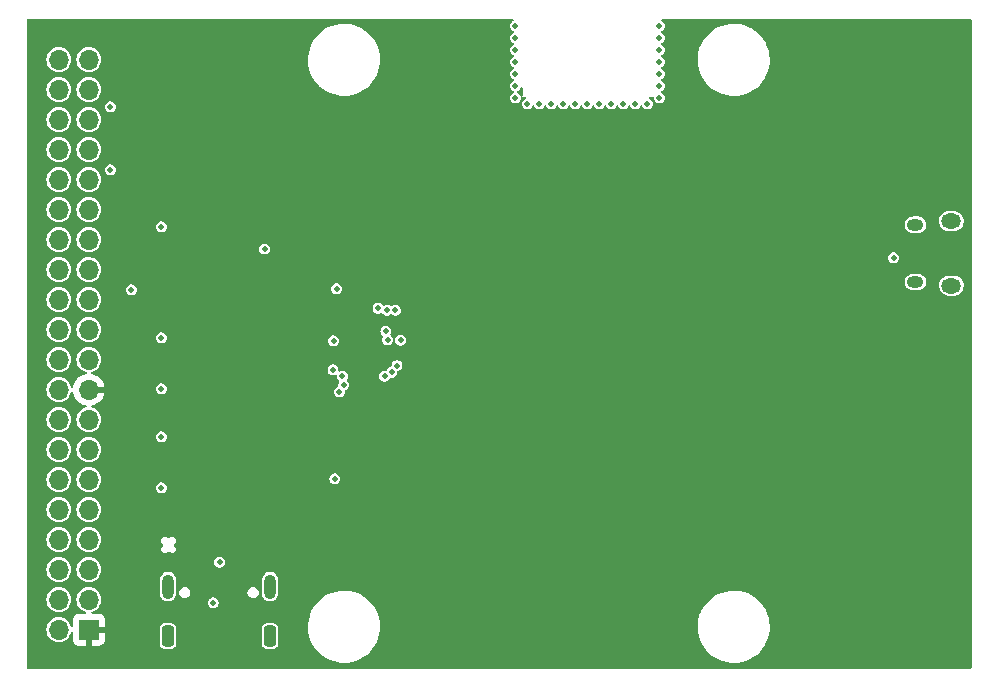
<source format=gbr>
%TF.GenerationSoftware,KiCad,Pcbnew,7.0.7*%
%TF.CreationDate,2024-02-26T19:43:43+01:00*%
%TF.ProjectId,rpi_cm4_bb,7270695f-636d-4345-9f62-622e6b696361,rev?*%
%TF.SameCoordinates,Original*%
%TF.FileFunction,Copper,L3,Inr*%
%TF.FilePolarity,Positive*%
%FSLAX46Y46*%
G04 Gerber Fmt 4.6, Leading zero omitted, Abs format (unit mm)*
G04 Created by KiCad (PCBNEW 7.0.7) date 2024-02-26 19:43:43*
%MOMM*%
%LPD*%
G01*
G04 APERTURE LIST*
G04 Aperture macros list*
%AMRoundRect*
0 Rectangle with rounded corners*
0 $1 Rounding radius*
0 $2 $3 $4 $5 $6 $7 $8 $9 X,Y pos of 4 corners*
0 Add a 4 corners polygon primitive as box body*
4,1,4,$2,$3,$4,$5,$6,$7,$8,$9,$2,$3,0*
0 Add four circle primitives for the rounded corners*
1,1,$1+$1,$2,$3*
1,1,$1+$1,$4,$5*
1,1,$1+$1,$6,$7*
1,1,$1+$1,$8,$9*
0 Add four rect primitives between the rounded corners*
20,1,$1+$1,$2,$3,$4,$5,0*
20,1,$1+$1,$4,$5,$6,$7,0*
20,1,$1+$1,$6,$7,$8,$9,0*
20,1,$1+$1,$8,$9,$2,$3,0*%
G04 Aperture macros list end*
%TA.AperFunction,ComponentPad*%
%ADD10O,1.700000X1.300000*%
%TD*%
%TA.AperFunction,ComponentPad*%
%ADD11O,1.400000X1.000000*%
%TD*%
%TA.AperFunction,ComponentPad*%
%ADD12R,1.700000X1.700000*%
%TD*%
%TA.AperFunction,ComponentPad*%
%ADD13O,1.700000X1.700000*%
%TD*%
%TA.AperFunction,ComponentPad*%
%ADD14O,1.000000X2.100000*%
%TD*%
%TA.AperFunction,ComponentPad*%
%ADD15RoundRect,0.250000X-0.250000X-0.650000X0.250000X-0.650000X0.250000X0.650000X-0.250000X0.650000X0*%
%TD*%
%TA.AperFunction,ViaPad*%
%ADD16C,0.508000*%
%TD*%
G04 APERTURE END LIST*
D10*
%TO.N,GND*%
%TO.C,J2*%
X159774874Y-103967374D03*
D11*
X156744874Y-103667374D03*
X156744874Y-98817374D03*
D10*
X159774874Y-98517374D03*
%TD*%
D12*
%TO.N,+3.3V*%
%TO.C,J3*%
X86749874Y-133099874D03*
D13*
%TO.N,+5V*%
X84209874Y-133099874D03*
%TO.N,/CM4 GPIO/GPIO2*%
X86749874Y-130559874D03*
%TO.N,+5V*%
X84209874Y-130559874D03*
%TO.N,/CM4 GPIO/GPIO3*%
X86749874Y-128019874D03*
%TO.N,GND*%
X84209874Y-128019874D03*
%TO.N,/CM4 GPIO/GPIO4*%
X86749874Y-125479874D03*
%TO.N,/CM4 GPIO/GPIO14*%
X84209874Y-125479874D03*
%TO.N,GND*%
X86749874Y-122939874D03*
%TO.N,/CM4 GPIO/GPIO15*%
X84209874Y-122939874D03*
%TO.N,/CM4 GPIO/GPIO17*%
X86749874Y-120399874D03*
%TO.N,/CM4 GPIO/GPIO18*%
X84209874Y-120399874D03*
%TO.N,/CM4 GPIO/GPIO27*%
X86749874Y-117859874D03*
%TO.N,GND*%
X84209874Y-117859874D03*
%TO.N,/CM4 GPIO/GPIO22*%
X86749874Y-115319874D03*
%TO.N,/CM4 GPIO/GPIO23*%
X84209874Y-115319874D03*
%TO.N,+3.3V*%
X86749874Y-112779874D03*
%TO.N,/CM4 GPIO/GPIO24*%
X84209874Y-112779874D03*
%TO.N,/CM4 GPIO/GPIO10*%
X86749874Y-110239874D03*
%TO.N,GND*%
X84209874Y-110239874D03*
%TO.N,/CM4 GPIO/GPIO9*%
X86749874Y-107699874D03*
%TO.N,/CM4 GPIO/GPIO25*%
X84209874Y-107699874D03*
%TO.N,/CM4 GPIO/GPIO11*%
X86749874Y-105159874D03*
%TO.N,/CM4 GPIO/GPIO8*%
X84209874Y-105159874D03*
%TO.N,GND*%
X86749874Y-102619874D03*
%TO.N,/CM4 GPIO/GPIO7*%
X84209874Y-102619874D03*
%TO.N,/CM4 GPIO/ID_SD*%
X86749874Y-100079874D03*
%TO.N,/CM4 GPIO/ID_SC*%
X84209874Y-100079874D03*
%TO.N,/CM4 GPIO/GPIO5*%
X86749874Y-97539874D03*
%TO.N,GND*%
X84209874Y-97539874D03*
%TO.N,/CM4 GPIO/GPIO6*%
X86749874Y-94999874D03*
%TO.N,/CM4 GPIO/GPIO12*%
X84209874Y-94999874D03*
%TO.N,/CM4 GPIO/GPIO13*%
X86749874Y-92459874D03*
%TO.N,GND*%
X84209874Y-92459874D03*
%TO.N,/CM4 GPIO/GPIO19*%
X86749874Y-89919874D03*
%TO.N,/CM4 GPIO/GPIO16*%
X84209874Y-89919874D03*
%TO.N,/CM4 GPIO/GPIO26*%
X86749874Y-87379874D03*
%TO.N,/CM4 GPIO/GPIO20*%
X84209874Y-87379874D03*
%TO.N,GND*%
X86749874Y-84839874D03*
%TO.N,/CM4 GPIO/GPIO21*%
X84209874Y-84839874D03*
%TD*%
D14*
%TO.N,GND*%
%TO.C,J1*%
X93453674Y-129460474D03*
X102093674Y-129460474D03*
D15*
X93453674Y-133640474D03*
X102093674Y-133640474D03*
%TD*%
D16*
%TO.N,+3.3V*%
X100994874Y-96904874D03*
X110272474Y-117943274D03*
X102294874Y-89464874D03*
X98994874Y-89434874D03*
X110272474Y-116774874D03*
%TO.N,GND*%
X127950874Y-88580874D03*
X130998874Y-88580874D03*
X122870874Y-88072874D03*
X90358874Y-104328874D03*
X128966874Y-88580874D03*
X135062874Y-82992874D03*
X135062874Y-88072874D03*
X135062874Y-87056874D03*
X125918874Y-88580874D03*
X135062874Y-86040874D03*
X88580874Y-94168874D03*
X135062874Y-81976874D03*
X92898874Y-108392874D03*
X135062874Y-84008874D03*
X92898874Y-121092874D03*
X122870874Y-84008874D03*
X92898874Y-116774874D03*
X134046874Y-88580874D03*
X132014874Y-88580874D03*
X122870874Y-85024874D03*
X97284874Y-130814874D03*
X122870874Y-87056874D03*
X92898874Y-98994874D03*
X122870874Y-81976874D03*
X124902874Y-88580874D03*
X92898874Y-112710874D03*
X122870874Y-82992874D03*
X133030874Y-88580874D03*
X122870874Y-86040874D03*
X154894874Y-101604874D03*
X129982874Y-88580874D03*
X88580874Y-88834874D03*
X123886874Y-88580874D03*
X126934874Y-88580874D03*
X135062874Y-85024874D03*
X97826474Y-127392074D03*
%TO.N,/CM4 GPIO/GPIO2*%
X107962233Y-112952167D03*
%TO.N,/CM4 GPIO/GPIO3*%
X108342074Y-112355274D03*
%TO.N,/CM4 GPIO/GPIO4*%
X108225761Y-111657398D03*
%TO.N,/CM4 GPIO/GPIO17*%
X107427674Y-111103898D03*
%TO.N,/CM4 GPIO/GPIO27*%
X111796474Y-111644074D03*
%TO.N,/CM4 GPIO/GPIO22*%
X112417587Y-111305285D03*
%TO.N,/CM4 GPIO/GPIO10*%
X112842970Y-110739945D03*
%TO.N,/CM4 GPIO/GPIO9*%
X107478474Y-108646874D03*
%TO.N,/CM4 GPIO/GPIO11*%
X113157974Y-108596074D03*
%TO.N,/CM4 GPIO/ID_SD*%
X112050474Y-108545274D03*
%TO.N,/CM4 GPIO/GPIO5*%
X111898074Y-107834074D03*
%TO.N,/CM4 GPIO/GPIO6*%
X112710874Y-106056074D03*
%TO.N,/CM4 GPIO/GPIO13*%
X111999674Y-106056074D03*
%TO.N,/CM4 GPIO/GPIO19*%
X111237674Y-105903674D03*
%TO.N,/CM4 GPIO/GPIO26*%
X107732474Y-104227274D03*
%TO.N,/CM4 GPIO/nLED_PWR*%
X101634874Y-100874874D03*
X107580074Y-120330874D03*
%TD*%
%TA.AperFunction,Conductor*%
%TO.N,+3.3V*%
G36*
X122681162Y-81421322D02*
G01*
X122711602Y-81474045D01*
X122701030Y-81534000D01*
X122672072Y-81564370D01*
X122617433Y-81599484D01*
X122570180Y-81629852D01*
X122484590Y-81728628D01*
X122430300Y-81847507D01*
X122411700Y-81976873D01*
X122411700Y-81976874D01*
X122430300Y-82106240D01*
X122484590Y-82225119D01*
X122484591Y-82225120D01*
X122484592Y-82225122D01*
X122570179Y-82323895D01*
X122680126Y-82394553D01*
X122680128Y-82394554D01*
X122680127Y-82394554D01*
X122696901Y-82399479D01*
X122745926Y-82435575D01*
X122760279Y-82494738D01*
X122733244Y-82549286D01*
X122696901Y-82570269D01*
X122680128Y-82575193D01*
X122570180Y-82645852D01*
X122484590Y-82744628D01*
X122430300Y-82863507D01*
X122411700Y-82992873D01*
X122411700Y-82992874D01*
X122430300Y-83122240D01*
X122484590Y-83241119D01*
X122484591Y-83241120D01*
X122484592Y-83241122D01*
X122570179Y-83339895D01*
X122680126Y-83410553D01*
X122680128Y-83410554D01*
X122680127Y-83410554D01*
X122696901Y-83415479D01*
X122745926Y-83451575D01*
X122760279Y-83510738D01*
X122733244Y-83565286D01*
X122696901Y-83586269D01*
X122680128Y-83591193D01*
X122570180Y-83661852D01*
X122484590Y-83760628D01*
X122430300Y-83879507D01*
X122411700Y-84008873D01*
X122411700Y-84008874D01*
X122430300Y-84138240D01*
X122484590Y-84257119D01*
X122484591Y-84257120D01*
X122484592Y-84257122D01*
X122570179Y-84355895D01*
X122662400Y-84415161D01*
X122680128Y-84426554D01*
X122680127Y-84426554D01*
X122696901Y-84431479D01*
X122745926Y-84467575D01*
X122760279Y-84526738D01*
X122733244Y-84581286D01*
X122696901Y-84602269D01*
X122680128Y-84607193D01*
X122570180Y-84677852D01*
X122484590Y-84776628D01*
X122430300Y-84895507D01*
X122411700Y-85024873D01*
X122411700Y-85024874D01*
X122430300Y-85154240D01*
X122484590Y-85273119D01*
X122484591Y-85273120D01*
X122484592Y-85273122D01*
X122570179Y-85371895D01*
X122654875Y-85426325D01*
X122680128Y-85442554D01*
X122680127Y-85442554D01*
X122696901Y-85447479D01*
X122745926Y-85483575D01*
X122760279Y-85542738D01*
X122733244Y-85597286D01*
X122696901Y-85618269D01*
X122680128Y-85623193D01*
X122570180Y-85693852D01*
X122484590Y-85792628D01*
X122430300Y-85911507D01*
X122411700Y-86040873D01*
X122411700Y-86040874D01*
X122430300Y-86170240D01*
X122484590Y-86289119D01*
X122484591Y-86289120D01*
X122484592Y-86289122D01*
X122570179Y-86387895D01*
X122680126Y-86458553D01*
X122680128Y-86458554D01*
X122680127Y-86458554D01*
X122696901Y-86463479D01*
X122745926Y-86499575D01*
X122760279Y-86558738D01*
X122733244Y-86613286D01*
X122696901Y-86634269D01*
X122680128Y-86639193D01*
X122570180Y-86709852D01*
X122484590Y-86808628D01*
X122430300Y-86927507D01*
X122411700Y-87056873D01*
X122411700Y-87056874D01*
X122430300Y-87186240D01*
X122484590Y-87305119D01*
X122484591Y-87305120D01*
X122484592Y-87305122D01*
X122570179Y-87403895D01*
X122680126Y-87474553D01*
X122680128Y-87474554D01*
X122680127Y-87474554D01*
X122696901Y-87479479D01*
X122745926Y-87515575D01*
X122760279Y-87574738D01*
X122733244Y-87629286D01*
X122696901Y-87650269D01*
X122680128Y-87655193D01*
X122570180Y-87725852D01*
X122570179Y-87725852D01*
X122570179Y-87725853D01*
X122568499Y-87727792D01*
X122484590Y-87824628D01*
X122430300Y-87943507D01*
X122411700Y-88072873D01*
X122411700Y-88072874D01*
X122430300Y-88202240D01*
X122484590Y-88321119D01*
X122484591Y-88321120D01*
X122484592Y-88321122D01*
X122570179Y-88419895D01*
X122675925Y-88487853D01*
X122680128Y-88490554D01*
X122716764Y-88501311D01*
X122805527Y-88527374D01*
X122805528Y-88527374D01*
X122936220Y-88527374D01*
X122936221Y-88527374D01*
X123061622Y-88490553D01*
X123171569Y-88419895D01*
X123257156Y-88321122D01*
X123311448Y-88202238D01*
X123330048Y-88072874D01*
X123327327Y-88053952D01*
X123339795Y-87994364D01*
X123366105Y-87973671D01*
X123341374Y-87969311D01*
X123304917Y-87929207D01*
X123257157Y-87824628D01*
X123257156Y-87824627D01*
X123257156Y-87824626D01*
X123171569Y-87725853D01*
X123061622Y-87655195D01*
X123061620Y-87655194D01*
X123061618Y-87655193D01*
X123044847Y-87650269D01*
X122995822Y-87614174D01*
X122981468Y-87555011D01*
X123008502Y-87500463D01*
X123044847Y-87479479D01*
X123056720Y-87475992D01*
X123061622Y-87474553D01*
X123171569Y-87403895D01*
X123257156Y-87305122D01*
X123288917Y-87235575D01*
X123304917Y-87200540D01*
X123347622Y-87157152D01*
X123408226Y-87151365D01*
X123458371Y-87185887D01*
X123474874Y-87237512D01*
X123474874Y-87892235D01*
X123454052Y-87949443D01*
X123438628Y-87958347D01*
X123448497Y-87958661D01*
X123473079Y-87974874D01*
X123718479Y-87974874D01*
X123775687Y-87995696D01*
X123806127Y-88048419D01*
X123795555Y-88108374D01*
X123748919Y-88147507D01*
X123743553Y-88149269D01*
X123696128Y-88163193D01*
X123586180Y-88233852D01*
X123500590Y-88332628D01*
X123446300Y-88451507D01*
X123427700Y-88580873D01*
X123427700Y-88580874D01*
X123446300Y-88710240D01*
X123500590Y-88829119D01*
X123500591Y-88829120D01*
X123500592Y-88829122D01*
X123586179Y-88927895D01*
X123696126Y-88998553D01*
X123696128Y-88998554D01*
X123732764Y-89009311D01*
X123821527Y-89035374D01*
X123821528Y-89035374D01*
X123952220Y-89035374D01*
X123952221Y-89035374D01*
X124077622Y-88998553D01*
X124187569Y-88927895D01*
X124273156Y-88829122D01*
X124313917Y-88739866D01*
X124356620Y-88696480D01*
X124417224Y-88690692D01*
X124467370Y-88725214D01*
X124475830Y-88739867D01*
X124516591Y-88829119D01*
X124516592Y-88829122D01*
X124602179Y-88927895D01*
X124712126Y-88998553D01*
X124712128Y-88998554D01*
X124748764Y-89009311D01*
X124837527Y-89035374D01*
X124837528Y-89035374D01*
X124968220Y-89035374D01*
X124968221Y-89035374D01*
X125093622Y-88998553D01*
X125203569Y-88927895D01*
X125289156Y-88829122D01*
X125329917Y-88739866D01*
X125372620Y-88696480D01*
X125433224Y-88690692D01*
X125483370Y-88725214D01*
X125491830Y-88739867D01*
X125532591Y-88829119D01*
X125532592Y-88829122D01*
X125618179Y-88927895D01*
X125728126Y-88998553D01*
X125728128Y-88998554D01*
X125764764Y-89009311D01*
X125853527Y-89035374D01*
X125853528Y-89035374D01*
X125984220Y-89035374D01*
X125984221Y-89035374D01*
X126109622Y-88998553D01*
X126219569Y-88927895D01*
X126305156Y-88829122D01*
X126345917Y-88739866D01*
X126388620Y-88696480D01*
X126449224Y-88690692D01*
X126499370Y-88725214D01*
X126507830Y-88739867D01*
X126548591Y-88829119D01*
X126548592Y-88829122D01*
X126634179Y-88927895D01*
X126744126Y-88998553D01*
X126744128Y-88998554D01*
X126780764Y-89009311D01*
X126869527Y-89035374D01*
X126869528Y-89035374D01*
X127000220Y-89035374D01*
X127000221Y-89035374D01*
X127125622Y-88998553D01*
X127235569Y-88927895D01*
X127321156Y-88829122D01*
X127361917Y-88739866D01*
X127404620Y-88696480D01*
X127465224Y-88690692D01*
X127515370Y-88725214D01*
X127523830Y-88739867D01*
X127564591Y-88829119D01*
X127564592Y-88829122D01*
X127650179Y-88927895D01*
X127760126Y-88998553D01*
X127760128Y-88998554D01*
X127796764Y-89009311D01*
X127885527Y-89035374D01*
X127885528Y-89035374D01*
X128016220Y-89035374D01*
X128016221Y-89035374D01*
X128141622Y-88998553D01*
X128251569Y-88927895D01*
X128337156Y-88829122D01*
X128377917Y-88739866D01*
X128420620Y-88696480D01*
X128481224Y-88690692D01*
X128531370Y-88725214D01*
X128539830Y-88739867D01*
X128580591Y-88829119D01*
X128580592Y-88829122D01*
X128666179Y-88927895D01*
X128776126Y-88998553D01*
X128776128Y-88998554D01*
X128812764Y-89009311D01*
X128901527Y-89035374D01*
X128901528Y-89035374D01*
X129032220Y-89035374D01*
X129032221Y-89035374D01*
X129157622Y-88998553D01*
X129267569Y-88927895D01*
X129353156Y-88829122D01*
X129393917Y-88739866D01*
X129436620Y-88696480D01*
X129497224Y-88690692D01*
X129547370Y-88725214D01*
X129555830Y-88739867D01*
X129596591Y-88829119D01*
X129596592Y-88829122D01*
X129682179Y-88927895D01*
X129792126Y-88998553D01*
X129792128Y-88998554D01*
X129828764Y-89009311D01*
X129917527Y-89035374D01*
X129917528Y-89035374D01*
X130048220Y-89035374D01*
X130048221Y-89035374D01*
X130173622Y-88998553D01*
X130283569Y-88927895D01*
X130369156Y-88829122D01*
X130409917Y-88739866D01*
X130452620Y-88696480D01*
X130513224Y-88690692D01*
X130563370Y-88725214D01*
X130571830Y-88739867D01*
X130612591Y-88829119D01*
X130612592Y-88829122D01*
X130698179Y-88927895D01*
X130808126Y-88998553D01*
X130808128Y-88998554D01*
X130844764Y-89009311D01*
X130933527Y-89035374D01*
X130933528Y-89035374D01*
X131064220Y-89035374D01*
X131064221Y-89035374D01*
X131189622Y-88998553D01*
X131299569Y-88927895D01*
X131385156Y-88829122D01*
X131425917Y-88739866D01*
X131468620Y-88696480D01*
X131529224Y-88690692D01*
X131579370Y-88725214D01*
X131587830Y-88739867D01*
X131628591Y-88829119D01*
X131628592Y-88829122D01*
X131714179Y-88927895D01*
X131824126Y-88998553D01*
X131824128Y-88998554D01*
X131860764Y-89009311D01*
X131949527Y-89035374D01*
X131949528Y-89035374D01*
X132080220Y-89035374D01*
X132080221Y-89035374D01*
X132205622Y-88998553D01*
X132315569Y-88927895D01*
X132401156Y-88829122D01*
X132441917Y-88739866D01*
X132484620Y-88696480D01*
X132545224Y-88690692D01*
X132595370Y-88725214D01*
X132603830Y-88739867D01*
X132644591Y-88829119D01*
X132644592Y-88829122D01*
X132730179Y-88927895D01*
X132840126Y-88998553D01*
X132840128Y-88998554D01*
X132876764Y-89009311D01*
X132965527Y-89035374D01*
X132965528Y-89035374D01*
X133096220Y-89035374D01*
X133096221Y-89035374D01*
X133221622Y-88998553D01*
X133331569Y-88927895D01*
X133417156Y-88829122D01*
X133457917Y-88739866D01*
X133500620Y-88696480D01*
X133561224Y-88690692D01*
X133611370Y-88725214D01*
X133619830Y-88739867D01*
X133660591Y-88829119D01*
X133660592Y-88829122D01*
X133746179Y-88927895D01*
X133856126Y-88998553D01*
X133856128Y-88998554D01*
X133892764Y-89009311D01*
X133981527Y-89035374D01*
X133981528Y-89035374D01*
X134112220Y-89035374D01*
X134112221Y-89035374D01*
X134237622Y-88998553D01*
X134347569Y-88927895D01*
X134433156Y-88829122D01*
X134487448Y-88710238D01*
X134506048Y-88580874D01*
X134487448Y-88451510D01*
X134480607Y-88436531D01*
X134433157Y-88332628D01*
X134433156Y-88332627D01*
X134433156Y-88332626D01*
X134347569Y-88233853D01*
X134237622Y-88163195D01*
X134237619Y-88163193D01*
X134190195Y-88149269D01*
X134141171Y-88113173D01*
X134126817Y-88054010D01*
X134153852Y-87999462D01*
X134209624Y-87975053D01*
X134215269Y-87974874D01*
X134500237Y-87974874D01*
X134507871Y-87971313D01*
X134566678Y-87987062D01*
X134601603Y-88036927D01*
X134603370Y-88066509D01*
X134603700Y-88066509D01*
X134603700Y-88072042D01*
X134603735Y-88072629D01*
X134603700Y-88072872D01*
X134603700Y-88072874D01*
X134622300Y-88202240D01*
X134676590Y-88321119D01*
X134676591Y-88321120D01*
X134676592Y-88321122D01*
X134762179Y-88419895D01*
X134867925Y-88487853D01*
X134872128Y-88490554D01*
X134908764Y-88501311D01*
X134997527Y-88527374D01*
X134997528Y-88527374D01*
X135128220Y-88527374D01*
X135128221Y-88527374D01*
X135253622Y-88490553D01*
X135363569Y-88419895D01*
X135449156Y-88321122D01*
X135503448Y-88202238D01*
X135522048Y-88072874D01*
X135521928Y-88072042D01*
X135518294Y-88046765D01*
X135503448Y-87943510D01*
X135500731Y-87937561D01*
X135449157Y-87824628D01*
X135449156Y-87824627D01*
X135449156Y-87824626D01*
X135363569Y-87725853D01*
X135253622Y-87655195D01*
X135253620Y-87655194D01*
X135253618Y-87655193D01*
X135236847Y-87650269D01*
X135187822Y-87614174D01*
X135173468Y-87555011D01*
X135200502Y-87500463D01*
X135236847Y-87479479D01*
X135248720Y-87475992D01*
X135253622Y-87474553D01*
X135363569Y-87403895D01*
X135449156Y-87305122D01*
X135503448Y-87186238D01*
X135522048Y-87056874D01*
X135503448Y-86927510D01*
X135500731Y-86921561D01*
X135449157Y-86808628D01*
X135449156Y-86808627D01*
X135449156Y-86808626D01*
X135363569Y-86709853D01*
X135253622Y-86639195D01*
X135253620Y-86639194D01*
X135253618Y-86639193D01*
X135236847Y-86634269D01*
X135187822Y-86598174D01*
X135173468Y-86539011D01*
X135200502Y-86484463D01*
X135236847Y-86463479D01*
X135248720Y-86459992D01*
X135253622Y-86458553D01*
X135363569Y-86387895D01*
X135449156Y-86289122D01*
X135503448Y-86170238D01*
X135522048Y-86040874D01*
X135503448Y-85911510D01*
X135500731Y-85905561D01*
X135449157Y-85792628D01*
X135449156Y-85792627D01*
X135449156Y-85792626D01*
X135363569Y-85693853D01*
X135253622Y-85623195D01*
X135253620Y-85623194D01*
X135253618Y-85623193D01*
X135236847Y-85618269D01*
X135187822Y-85582174D01*
X135173468Y-85523011D01*
X135200502Y-85468463D01*
X135236847Y-85447479D01*
X135248720Y-85443992D01*
X135253622Y-85442553D01*
X135363569Y-85371895D01*
X135449156Y-85273122D01*
X135503448Y-85154238D01*
X135522048Y-85024874D01*
X135509450Y-84937253D01*
X138295763Y-84937253D01*
X138324610Y-85273122D01*
X138325617Y-85284838D01*
X138325619Y-85284851D01*
X138394899Y-85626762D01*
X138502704Y-85958551D01*
X138502706Y-85958555D01*
X138647628Y-86275892D01*
X138647630Y-86275894D01*
X138827781Y-86574641D01*
X138827785Y-86574647D01*
X139040814Y-86850908D01*
X139040826Y-86850923D01*
X139240977Y-87056873D01*
X139283959Y-87101100D01*
X139352508Y-87157152D01*
X139554025Y-87321933D01*
X139554029Y-87321935D01*
X139554032Y-87321938D01*
X139847518Y-87510550D01*
X140160592Y-87664478D01*
X140160598Y-87664480D01*
X140160600Y-87664481D01*
X140160605Y-87664483D01*
X140489159Y-87781710D01*
X140489163Y-87781711D01*
X140489171Y-87781714D01*
X140828968Y-87860731D01*
X140828972Y-87860732D01*
X141102061Y-87892066D01*
X141175565Y-87900500D01*
X141175566Y-87900500D01*
X141437138Y-87900500D01*
X141437145Y-87900500D01*
X141665654Y-87887433D01*
X141698300Y-87885567D01*
X142042051Y-87826078D01*
X142042050Y-87826078D01*
X142042057Y-87826077D01*
X142269900Y-87759175D01*
X142376784Y-87727792D01*
X142376786Y-87727790D01*
X142376793Y-87727789D01*
X142698144Y-87591986D01*
X142698154Y-87591980D01*
X142698157Y-87591979D01*
X143001914Y-87420439D01*
X143001915Y-87420438D01*
X143001919Y-87420436D01*
X143284159Y-87215377D01*
X143541184Y-86979481D01*
X143769644Y-86715824D01*
X143966560Y-86427844D01*
X144129365Y-86119294D01*
X144255937Y-85794196D01*
X144344626Y-85456790D01*
X144394275Y-85111473D01*
X144404237Y-84762747D01*
X144374383Y-84415159D01*
X144305101Y-84073240D01*
X144197295Y-83741447D01*
X144116845Y-83565286D01*
X144052371Y-83424107D01*
X144052369Y-83424105D01*
X144047167Y-83415479D01*
X143872215Y-83125353D01*
X143659180Y-82849084D01*
X143659176Y-82849080D01*
X143659173Y-82849076D01*
X143416042Y-82598901D01*
X143145974Y-82378066D01*
X143145968Y-82378062D01*
X142852482Y-82189450D01*
X142539408Y-82035522D01*
X142539404Y-82035520D01*
X142539399Y-82035518D01*
X142539394Y-82035516D01*
X142210840Y-81918289D01*
X142210830Y-81918286D01*
X141871029Y-81839268D01*
X141871032Y-81839268D01*
X141524435Y-81799500D01*
X141524434Y-81799500D01*
X141262855Y-81799500D01*
X141193845Y-81803446D01*
X141001699Y-81814432D01*
X140657948Y-81873921D01*
X140323215Y-81972207D01*
X140323201Y-81972213D01*
X140001856Y-82108014D01*
X140001842Y-82108020D01*
X139698085Y-82279560D01*
X139415843Y-82484621D01*
X139158818Y-82720516D01*
X138930357Y-82984174D01*
X138930355Y-82984177D01*
X138733440Y-83272155D01*
X138646744Y-83436463D01*
X138570635Y-83580706D01*
X138539042Y-83661852D01*
X138444060Y-83905811D01*
X138355374Y-84243208D01*
X138355373Y-84243211D01*
X138305725Y-84588519D01*
X138305725Y-84588526D01*
X138305725Y-84588527D01*
X138295763Y-84937253D01*
X135509450Y-84937253D01*
X135503448Y-84895510D01*
X135500731Y-84889561D01*
X135449157Y-84776628D01*
X135449156Y-84776627D01*
X135449156Y-84776626D01*
X135363569Y-84677853D01*
X135253622Y-84607195D01*
X135253620Y-84607194D01*
X135253618Y-84607193D01*
X135236847Y-84602269D01*
X135187822Y-84566174D01*
X135173468Y-84507011D01*
X135200502Y-84452463D01*
X135236847Y-84431479D01*
X135248720Y-84427992D01*
X135253622Y-84426553D01*
X135363569Y-84355895D01*
X135449156Y-84257122D01*
X135503448Y-84138238D01*
X135522048Y-84008874D01*
X135503448Y-83879510D01*
X135500731Y-83873561D01*
X135449157Y-83760628D01*
X135449156Y-83760627D01*
X135449156Y-83760626D01*
X135363569Y-83661853D01*
X135253622Y-83591195D01*
X135253620Y-83591194D01*
X135253618Y-83591193D01*
X135236847Y-83586269D01*
X135187822Y-83550174D01*
X135173468Y-83491011D01*
X135200502Y-83436463D01*
X135236847Y-83415479D01*
X135248720Y-83411992D01*
X135253622Y-83410553D01*
X135363569Y-83339895D01*
X135449156Y-83241122D01*
X135503448Y-83122238D01*
X135522048Y-82992874D01*
X135503448Y-82863510D01*
X135500731Y-82857561D01*
X135449157Y-82744628D01*
X135449156Y-82744627D01*
X135449156Y-82744626D01*
X135363569Y-82645853D01*
X135253622Y-82575195D01*
X135253620Y-82575194D01*
X135253618Y-82575193D01*
X135236847Y-82570269D01*
X135187822Y-82534174D01*
X135173468Y-82475011D01*
X135200502Y-82420463D01*
X135236847Y-82399479D01*
X135248720Y-82395992D01*
X135253622Y-82394553D01*
X135363569Y-82323895D01*
X135449156Y-82225122D01*
X135503448Y-82106238D01*
X135522048Y-81976874D01*
X135503448Y-81847510D01*
X135500731Y-81841561D01*
X135449157Y-81728628D01*
X135449156Y-81728627D01*
X135449156Y-81728626D01*
X135363569Y-81629853D01*
X135261676Y-81564371D01*
X135224808Y-81515926D01*
X135227704Y-81455116D01*
X135269012Y-81410394D01*
X135309794Y-81400500D01*
X161410500Y-81400500D01*
X161467708Y-81421322D01*
X161498148Y-81474045D01*
X161499500Y-81489500D01*
X161499500Y-136310500D01*
X161478678Y-136367708D01*
X161425955Y-136398148D01*
X161410500Y-136399500D01*
X81589500Y-136399500D01*
X81532292Y-136378678D01*
X81501852Y-136325955D01*
X81500500Y-136310500D01*
X81500500Y-133099877D01*
X83154291Y-133099877D01*
X83174572Y-133305800D01*
X83174574Y-133305808D01*
X83234640Y-133503824D01*
X83234641Y-133503827D01*
X83234642Y-133503828D01*
X83332189Y-133686324D01*
X83463464Y-133846284D01*
X83623424Y-133977559D01*
X83805920Y-134075106D01*
X84003940Y-134135174D01*
X84003944Y-134135174D01*
X84003947Y-134135175D01*
X84209870Y-134155457D01*
X84209874Y-134155457D01*
X84209878Y-134155457D01*
X84415800Y-134135175D01*
X84415801Y-134135174D01*
X84415808Y-134135174D01*
X84613828Y-134075106D01*
X84796324Y-133977559D01*
X84956284Y-133846284D01*
X85087559Y-133686324D01*
X85185106Y-133503828D01*
X85225706Y-133369984D01*
X85262238Y-133321285D01*
X85321527Y-133307460D01*
X85375831Y-133334980D01*
X85399742Y-133390968D01*
X85399874Y-133395820D01*
X85399874Y-133997711D01*
X85406275Y-134057247D01*
X85456521Y-134191963D01*
X85456522Y-134191965D01*
X85542682Y-134307059D01*
X85542688Y-134307065D01*
X85657782Y-134393225D01*
X85657784Y-134393226D01*
X85792500Y-134443472D01*
X85852036Y-134449873D01*
X85852052Y-134449874D01*
X86499873Y-134449874D01*
X86499873Y-133671782D01*
X86520695Y-133614574D01*
X86573418Y-133584134D01*
X86601539Y-133583688D01*
X86607557Y-133584553D01*
X86607559Y-133584554D01*
X86714111Y-133599874D01*
X86714118Y-133599874D01*
X86785630Y-133599874D01*
X86785637Y-133599874D01*
X86892189Y-133584554D01*
X86892190Y-133584553D01*
X86898208Y-133583688D01*
X86957797Y-133596156D01*
X86995430Y-133644011D01*
X86999874Y-133671782D01*
X86999874Y-134449873D01*
X86999875Y-134449874D01*
X87647696Y-134449874D01*
X87647711Y-134449873D01*
X87707247Y-134443472D01*
X87841963Y-134393226D01*
X87841965Y-134393225D01*
X87906733Y-134344739D01*
X92753174Y-134344739D01*
X92756026Y-134375163D01*
X92756028Y-134375173D01*
X92782166Y-134449873D01*
X92800881Y-134503356D01*
X92881524Y-134612624D01*
X92990792Y-134693267D01*
X93118975Y-134738120D01*
X93118982Y-134738120D01*
X93118984Y-134738121D01*
X93137985Y-134739902D01*
X93149408Y-134740974D01*
X93149409Y-134740974D01*
X93757939Y-134740974D01*
X93757940Y-134740974D01*
X93776230Y-134739258D01*
X93788363Y-134738121D01*
X93788363Y-134738120D01*
X93788373Y-134738120D01*
X93916556Y-134693267D01*
X94025824Y-134612624D01*
X94106467Y-134503356D01*
X94151320Y-134375173D01*
X94154174Y-134344740D01*
X94154174Y-134344739D01*
X101393174Y-134344739D01*
X101396026Y-134375163D01*
X101396028Y-134375173D01*
X101422166Y-134449873D01*
X101440881Y-134503356D01*
X101521524Y-134612624D01*
X101630792Y-134693267D01*
X101758975Y-134738120D01*
X101758982Y-134738120D01*
X101758984Y-134738121D01*
X101777985Y-134739902D01*
X101789408Y-134740974D01*
X101789409Y-134740974D01*
X102397939Y-134740974D01*
X102397940Y-134740974D01*
X102416230Y-134739258D01*
X102428363Y-134738121D01*
X102428363Y-134738120D01*
X102428373Y-134738120D01*
X102556556Y-134693267D01*
X102665824Y-134612624D01*
X102746467Y-134503356D01*
X102791320Y-134375173D01*
X102794174Y-134344740D01*
X102794174Y-132937253D01*
X105295763Y-132937253D01*
X105325617Y-133284838D01*
X105325619Y-133284851D01*
X105394899Y-133626762D01*
X105502704Y-133958551D01*
X105502706Y-133958555D01*
X105647628Y-134275892D01*
X105647630Y-134275894D01*
X105827781Y-134574641D01*
X105827785Y-134574647D01*
X106040814Y-134850908D01*
X106040826Y-134850923D01*
X106283957Y-135101098D01*
X106554025Y-135321933D01*
X106554029Y-135321935D01*
X106554032Y-135321938D01*
X106847518Y-135510550D01*
X107160592Y-135664478D01*
X107160598Y-135664480D01*
X107160600Y-135664481D01*
X107160605Y-135664483D01*
X107489159Y-135781710D01*
X107489163Y-135781711D01*
X107489171Y-135781714D01*
X107828968Y-135860731D01*
X107828972Y-135860732D01*
X108102061Y-135892066D01*
X108175565Y-135900500D01*
X108175566Y-135900500D01*
X108437138Y-135900500D01*
X108437145Y-135900500D01*
X108665654Y-135887433D01*
X108698300Y-135885567D01*
X109042051Y-135826078D01*
X109042050Y-135826078D01*
X109042057Y-135826077D01*
X109269900Y-135759175D01*
X109376784Y-135727792D01*
X109376786Y-135727790D01*
X109376793Y-135727789D01*
X109698144Y-135591986D01*
X109698154Y-135591980D01*
X109698157Y-135591979D01*
X110001914Y-135420439D01*
X110001915Y-135420438D01*
X110001919Y-135420436D01*
X110284159Y-135215377D01*
X110541184Y-134979481D01*
X110769644Y-134715824D01*
X110966560Y-134427844D01*
X111129365Y-134119294D01*
X111255937Y-133794196D01*
X111344626Y-133456790D01*
X111394275Y-133111473D01*
X111399252Y-132937253D01*
X138295763Y-132937253D01*
X138325617Y-133284838D01*
X138325619Y-133284851D01*
X138394899Y-133626762D01*
X138502704Y-133958551D01*
X138502706Y-133958555D01*
X138647628Y-134275892D01*
X138647630Y-134275894D01*
X138827781Y-134574641D01*
X138827785Y-134574647D01*
X139040814Y-134850908D01*
X139040826Y-134850923D01*
X139283957Y-135101098D01*
X139554025Y-135321933D01*
X139554029Y-135321935D01*
X139554032Y-135321938D01*
X139847518Y-135510550D01*
X140160592Y-135664478D01*
X140160598Y-135664480D01*
X140160600Y-135664481D01*
X140160605Y-135664483D01*
X140489159Y-135781710D01*
X140489163Y-135781711D01*
X140489171Y-135781714D01*
X140828968Y-135860731D01*
X140828972Y-135860732D01*
X141102061Y-135892066D01*
X141175565Y-135900500D01*
X141175566Y-135900500D01*
X141437138Y-135900500D01*
X141437145Y-135900500D01*
X141665654Y-135887433D01*
X141698300Y-135885567D01*
X142042051Y-135826078D01*
X142042050Y-135826078D01*
X142042057Y-135826077D01*
X142269900Y-135759175D01*
X142376784Y-135727792D01*
X142376786Y-135727790D01*
X142376793Y-135727789D01*
X142698144Y-135591986D01*
X142698154Y-135591980D01*
X142698157Y-135591979D01*
X143001914Y-135420439D01*
X143001915Y-135420438D01*
X143001919Y-135420436D01*
X143284159Y-135215377D01*
X143541184Y-134979481D01*
X143769644Y-134715824D01*
X143966560Y-134427844D01*
X144129365Y-134119294D01*
X144255937Y-133794196D01*
X144344626Y-133456790D01*
X144394275Y-133111473D01*
X144404237Y-132762747D01*
X144374383Y-132415159D01*
X144305101Y-132073240D01*
X144197295Y-131741447D01*
X144058513Y-131437557D01*
X144052371Y-131424107D01*
X144052369Y-131424105D01*
X143981320Y-131306284D01*
X143872215Y-131125353D01*
X143659180Y-130849084D01*
X143659176Y-130849080D01*
X143659173Y-130849076D01*
X143416042Y-130598901D01*
X143145974Y-130378066D01*
X143084259Y-130338404D01*
X142852482Y-130189450D01*
X142539408Y-130035522D01*
X142539404Y-130035520D01*
X142539399Y-130035518D01*
X142539394Y-130035516D01*
X142210840Y-129918289D01*
X142210830Y-129918286D01*
X141871029Y-129839268D01*
X141871032Y-129839268D01*
X141524435Y-129799500D01*
X141524434Y-129799500D01*
X141262855Y-129799500D01*
X141193845Y-129803446D01*
X141001699Y-129814432D01*
X140657948Y-129873921D01*
X140323215Y-129972207D01*
X140323201Y-129972213D01*
X140001856Y-130108014D01*
X140001842Y-130108020D01*
X139698085Y-130279560D01*
X139415843Y-130484621D01*
X139158818Y-130720516D01*
X138930357Y-130984174D01*
X138930355Y-130984177D01*
X138733440Y-131272155D01*
X138594695Y-131535107D01*
X138570635Y-131580706D01*
X138512879Y-131729052D01*
X138444060Y-131905811D01*
X138355374Y-132243208D01*
X138355373Y-132243211D01*
X138305725Y-132588519D01*
X138305725Y-132588526D01*
X138295763Y-132937253D01*
X111399252Y-132937253D01*
X111404237Y-132762747D01*
X111374383Y-132415159D01*
X111305101Y-132073240D01*
X111197295Y-131741447D01*
X111058513Y-131437557D01*
X111052371Y-131424107D01*
X111052369Y-131424105D01*
X110981320Y-131306284D01*
X110872215Y-131125353D01*
X110659180Y-130849084D01*
X110659176Y-130849080D01*
X110659173Y-130849076D01*
X110416042Y-130598901D01*
X110145974Y-130378066D01*
X110084259Y-130338404D01*
X109852482Y-130189450D01*
X109539408Y-130035522D01*
X109539404Y-130035520D01*
X109539399Y-130035518D01*
X109539394Y-130035516D01*
X109210840Y-129918289D01*
X109210830Y-129918286D01*
X108871029Y-129839268D01*
X108871032Y-129839268D01*
X108524435Y-129799500D01*
X108524434Y-129799500D01*
X108262855Y-129799500D01*
X108193845Y-129803446D01*
X108001699Y-129814432D01*
X107657948Y-129873921D01*
X107323215Y-129972207D01*
X107323201Y-129972213D01*
X107001856Y-130108014D01*
X107001842Y-130108020D01*
X106698085Y-130279560D01*
X106415843Y-130484621D01*
X106158818Y-130720516D01*
X105930357Y-130984174D01*
X105930355Y-130984177D01*
X105733440Y-131272155D01*
X105594695Y-131535107D01*
X105570635Y-131580706D01*
X105512879Y-131729052D01*
X105444060Y-131905811D01*
X105355374Y-132243208D01*
X105355373Y-132243211D01*
X105305725Y-132588519D01*
X105305725Y-132588526D01*
X105295763Y-132937253D01*
X102794174Y-132937253D01*
X102794174Y-132936208D01*
X102791320Y-132905775D01*
X102746467Y-132777592D01*
X102665824Y-132668324D01*
X102556556Y-132587681D01*
X102556554Y-132587680D01*
X102428373Y-132542828D01*
X102428363Y-132542826D01*
X102400407Y-132540205D01*
X102397940Y-132539974D01*
X101789408Y-132539974D01*
X101787125Y-132540188D01*
X101758984Y-132542826D01*
X101758974Y-132542828D01*
X101630793Y-132587680D01*
X101630790Y-132587682D01*
X101521528Y-132668320D01*
X101521520Y-132668328D01*
X101440882Y-132777590D01*
X101440880Y-132777593D01*
X101396028Y-132905774D01*
X101396026Y-132905784D01*
X101393174Y-132936208D01*
X101393174Y-134344739D01*
X94154174Y-134344739D01*
X94154174Y-132936208D01*
X94151320Y-132905775D01*
X94106467Y-132777592D01*
X94025824Y-132668324D01*
X93916556Y-132587681D01*
X93916554Y-132587680D01*
X93788373Y-132542828D01*
X93788363Y-132542826D01*
X93760407Y-132540205D01*
X93757940Y-132539974D01*
X93149408Y-132539974D01*
X93147125Y-132540188D01*
X93118984Y-132542826D01*
X93118974Y-132542828D01*
X92990793Y-132587680D01*
X92990790Y-132587682D01*
X92881528Y-132668320D01*
X92881520Y-132668328D01*
X92800882Y-132777590D01*
X92800880Y-132777593D01*
X92756028Y-132905774D01*
X92756026Y-132905784D01*
X92753174Y-132936208D01*
X92753174Y-134344739D01*
X87906733Y-134344739D01*
X87957059Y-134307065D01*
X87957065Y-134307059D01*
X88043225Y-134191965D01*
X88043226Y-134191963D01*
X88093472Y-134057247D01*
X88099873Y-133997711D01*
X88099874Y-133997695D01*
X88099874Y-133349875D01*
X88099873Y-133349874D01*
X87316466Y-133349874D01*
X87259258Y-133329052D01*
X87228818Y-133276329D01*
X87231071Y-133235800D01*
X87249874Y-133171763D01*
X87249874Y-133027985D01*
X87231071Y-132963947D01*
X87234932Y-132903191D01*
X87276944Y-132859130D01*
X87316466Y-132849874D01*
X88099873Y-132849874D01*
X88099874Y-132849872D01*
X88099874Y-132202052D01*
X88099873Y-132202036D01*
X88093472Y-132142500D01*
X88043226Y-132007784D01*
X88043225Y-132007782D01*
X87957065Y-131892688D01*
X87957059Y-131892682D01*
X87841965Y-131806522D01*
X87841963Y-131806521D01*
X87707247Y-131756275D01*
X87647711Y-131749874D01*
X87045821Y-131749874D01*
X86988613Y-131729052D01*
X86958173Y-131676329D01*
X86968745Y-131616374D01*
X87015381Y-131577241D01*
X87019986Y-131575706D01*
X87153828Y-131535106D01*
X87336324Y-131437559D01*
X87496284Y-131306284D01*
X87627559Y-131146324D01*
X87725106Y-130963828D01*
X87770290Y-130814874D01*
X96825700Y-130814874D01*
X96844300Y-130944240D01*
X96898590Y-131063119D01*
X96898591Y-131063120D01*
X96898592Y-131063122D01*
X96984179Y-131161895D01*
X97094126Y-131232553D01*
X97094128Y-131232554D01*
X97130764Y-131243311D01*
X97219527Y-131269374D01*
X97219528Y-131269374D01*
X97350220Y-131269374D01*
X97350221Y-131269374D01*
X97475622Y-131232553D01*
X97585569Y-131161895D01*
X97671156Y-131063122D01*
X97725448Y-130944238D01*
X97744048Y-130814874D01*
X97725448Y-130685510D01*
X97718485Y-130670264D01*
X97671157Y-130566628D01*
X97671156Y-130566627D01*
X97671156Y-130566626D01*
X97585569Y-130467853D01*
X97475622Y-130397195D01*
X97475619Y-130397193D01*
X97364627Y-130364604D01*
X97350221Y-130360374D01*
X97219527Y-130360374D01*
X97094128Y-130397193D01*
X96984180Y-130467852D01*
X96984179Y-130467852D01*
X96984179Y-130467853D01*
X96969648Y-130484623D01*
X96898590Y-130566628D01*
X96844300Y-130685507D01*
X96825700Y-130814873D01*
X96825700Y-130814874D01*
X87770290Y-130814874D01*
X87785174Y-130765808D01*
X87793083Y-130685507D01*
X87805457Y-130559877D01*
X87805457Y-130559870D01*
X87785175Y-130353947D01*
X87785174Y-130353944D01*
X87785174Y-130353940D01*
X87725106Y-130155920D01*
X87670011Y-130052846D01*
X92753174Y-130052846D01*
X92768534Y-130179346D01*
X92806540Y-130279560D01*
X92828857Y-130338406D01*
X92925487Y-130478398D01*
X92925489Y-130478401D01*
X92925490Y-130478402D01*
X92925491Y-130478403D01*
X93052822Y-130591208D01*
X93203449Y-130670264D01*
X93368618Y-130710974D01*
X93368619Y-130710974D01*
X93538729Y-130710974D01*
X93538730Y-130710974D01*
X93703899Y-130670264D01*
X93854526Y-130591208D01*
X93981857Y-130478403D01*
X94078492Y-130338404D01*
X94138814Y-130179346D01*
X94154174Y-130052846D01*
X94154174Y-130028841D01*
X94408174Y-130028841D01*
X94416180Y-130056107D01*
X94446694Y-130160032D01*
X94520619Y-130275063D01*
X94623954Y-130364603D01*
X94623957Y-130364605D01*
X94653433Y-130378066D01*
X94748332Y-130421405D01*
X94849663Y-130435974D01*
X94849670Y-130435974D01*
X94917678Y-130435974D01*
X94917685Y-130435974D01*
X95019016Y-130421405D01*
X95143392Y-130364604D01*
X95246729Y-130275063D01*
X95320652Y-130160035D01*
X95359174Y-130028841D01*
X100188174Y-130028841D01*
X100196180Y-130056107D01*
X100226694Y-130160032D01*
X100300619Y-130275063D01*
X100403954Y-130364603D01*
X100403957Y-130364605D01*
X100433433Y-130378066D01*
X100528332Y-130421405D01*
X100629663Y-130435974D01*
X100629670Y-130435974D01*
X100697678Y-130435974D01*
X100697685Y-130435974D01*
X100799016Y-130421405D01*
X100923392Y-130364604D01*
X101026729Y-130275063D01*
X101100652Y-130160035D01*
X101132126Y-130052846D01*
X101393174Y-130052846D01*
X101408534Y-130179346D01*
X101446540Y-130279560D01*
X101468857Y-130338406D01*
X101565487Y-130478398D01*
X101565489Y-130478401D01*
X101565490Y-130478402D01*
X101565491Y-130478403D01*
X101692822Y-130591208D01*
X101843449Y-130670264D01*
X102008618Y-130710974D01*
X102008619Y-130710974D01*
X102178729Y-130710974D01*
X102178730Y-130710974D01*
X102343899Y-130670264D01*
X102494526Y-130591208D01*
X102621857Y-130478403D01*
X102718492Y-130338404D01*
X102778814Y-130179346D01*
X102794174Y-130052846D01*
X102794174Y-128868102D01*
X102778814Y-128741602D01*
X102718492Y-128582544D01*
X102621857Y-128442545D01*
X102494526Y-128329740D01*
X102494521Y-128329737D01*
X102494519Y-128329736D01*
X102343898Y-128250683D01*
X102219438Y-128220007D01*
X102178730Y-128209974D01*
X102008618Y-128209974D01*
X101843449Y-128250683D01*
X101692828Y-128329736D01*
X101692825Y-128329738D01*
X101692823Y-128329739D01*
X101692822Y-128329740D01*
X101634237Y-128381641D01*
X101565489Y-128442546D01*
X101565487Y-128442549D01*
X101468857Y-128582541D01*
X101459837Y-128606325D01*
X101408534Y-128741602D01*
X101393174Y-128868102D01*
X101393174Y-130052846D01*
X101132126Y-130052846D01*
X101139174Y-130028841D01*
X101139174Y-129892107D01*
X101100652Y-129760913D01*
X101026729Y-129645885D01*
X101026728Y-129645884D01*
X100923393Y-129556344D01*
X100923390Y-129556342D01*
X100835819Y-129516350D01*
X100799016Y-129499543D01*
X100765239Y-129494686D01*
X100697687Y-129484974D01*
X100697685Y-129484974D01*
X100629663Y-129484974D01*
X100629660Y-129484974D01*
X100528332Y-129499543D01*
X100403957Y-129556342D01*
X100403954Y-129556344D01*
X100300619Y-129645884D01*
X100226694Y-129760915D01*
X100193514Y-129873921D01*
X100188174Y-129892107D01*
X100188174Y-130028841D01*
X95359174Y-130028841D01*
X95359174Y-129892107D01*
X95320652Y-129760913D01*
X95246729Y-129645885D01*
X95246728Y-129645884D01*
X95143393Y-129556344D01*
X95143390Y-129556342D01*
X95055819Y-129516350D01*
X95019016Y-129499543D01*
X94985239Y-129494686D01*
X94917687Y-129484974D01*
X94917685Y-129484974D01*
X94849663Y-129484974D01*
X94849660Y-129484974D01*
X94748332Y-129499543D01*
X94623957Y-129556342D01*
X94623954Y-129556344D01*
X94520619Y-129645884D01*
X94446694Y-129760915D01*
X94413514Y-129873921D01*
X94408174Y-129892107D01*
X94408174Y-130028841D01*
X94154174Y-130028841D01*
X94154174Y-128868102D01*
X94138814Y-128741602D01*
X94078492Y-128582544D01*
X93981857Y-128442545D01*
X93854526Y-128329740D01*
X93854521Y-128329737D01*
X93854519Y-128329736D01*
X93703898Y-128250683D01*
X93579438Y-128220007D01*
X93538730Y-128209974D01*
X93368618Y-128209974D01*
X93203449Y-128250683D01*
X93052828Y-128329736D01*
X93052825Y-128329738D01*
X93052823Y-128329739D01*
X93052822Y-128329740D01*
X92994237Y-128381641D01*
X92925489Y-128442546D01*
X92925487Y-128442549D01*
X92828857Y-128582541D01*
X92819837Y-128606325D01*
X92768534Y-128741602D01*
X92753174Y-128868102D01*
X92753174Y-130052846D01*
X87670011Y-130052846D01*
X87627559Y-129973424D01*
X87496284Y-129813464D01*
X87336324Y-129682189D01*
X87153828Y-129584642D01*
X87153827Y-129584641D01*
X87153824Y-129584640D01*
X86955808Y-129524574D01*
X86955800Y-129524572D01*
X86749878Y-129504291D01*
X86749870Y-129504291D01*
X86543947Y-129524572D01*
X86543939Y-129524574D01*
X86345923Y-129584640D01*
X86163422Y-129682190D01*
X86003468Y-129813460D01*
X86003460Y-129813468D01*
X85872190Y-129973422D01*
X85774640Y-130155923D01*
X85714574Y-130353939D01*
X85714572Y-130353947D01*
X85694291Y-130559870D01*
X85694291Y-130559877D01*
X85714572Y-130765800D01*
X85714574Y-130765808D01*
X85774640Y-130963824D01*
X85774641Y-130963827D01*
X85774642Y-130963828D01*
X85872189Y-131146324D01*
X86003464Y-131306284D01*
X86163424Y-131437559D01*
X86345920Y-131535106D01*
X86345922Y-131535106D01*
X86345923Y-131535107D01*
X86479762Y-131575706D01*
X86528463Y-131612238D01*
X86542287Y-131671527D01*
X86514767Y-131725832D01*
X86458779Y-131749742D01*
X86453927Y-131749874D01*
X85852036Y-131749874D01*
X85792500Y-131756275D01*
X85657784Y-131806521D01*
X85657782Y-131806522D01*
X85542688Y-131892682D01*
X85542682Y-131892688D01*
X85456522Y-132007782D01*
X85456521Y-132007784D01*
X85406275Y-132142500D01*
X85399874Y-132202036D01*
X85399874Y-132803927D01*
X85379052Y-132861135D01*
X85326329Y-132891575D01*
X85266374Y-132881003D01*
X85227241Y-132834367D01*
X85225706Y-132829762D01*
X85185107Y-132695923D01*
X85185106Y-132695922D01*
X85185106Y-132695920D01*
X85087559Y-132513424D01*
X84956284Y-132353464D01*
X84796324Y-132222189D01*
X84613828Y-132124642D01*
X84613827Y-132124641D01*
X84613824Y-132124640D01*
X84415808Y-132064574D01*
X84415800Y-132064572D01*
X84209878Y-132044291D01*
X84209870Y-132044291D01*
X84003947Y-132064572D01*
X84003939Y-132064574D01*
X83805923Y-132124640D01*
X83623422Y-132222190D01*
X83463468Y-132353460D01*
X83463460Y-132353468D01*
X83332190Y-132513422D01*
X83234640Y-132695923D01*
X83174574Y-132893939D01*
X83174572Y-132893947D01*
X83154291Y-133099870D01*
X83154291Y-133099877D01*
X81500500Y-133099877D01*
X81500500Y-130559877D01*
X83154291Y-130559877D01*
X83174572Y-130765800D01*
X83174574Y-130765808D01*
X83234640Y-130963824D01*
X83234641Y-130963827D01*
X83234642Y-130963828D01*
X83332189Y-131146324D01*
X83463464Y-131306284D01*
X83623424Y-131437559D01*
X83805920Y-131535106D01*
X84003940Y-131595174D01*
X84003944Y-131595174D01*
X84003947Y-131595175D01*
X84209870Y-131615457D01*
X84209874Y-131615457D01*
X84209878Y-131615457D01*
X84415800Y-131595175D01*
X84415801Y-131595174D01*
X84415808Y-131595174D01*
X84613828Y-131535106D01*
X84796324Y-131437559D01*
X84956284Y-131306284D01*
X85087559Y-131146324D01*
X85185106Y-130963828D01*
X85245174Y-130765808D01*
X85253083Y-130685507D01*
X85265457Y-130559877D01*
X85265457Y-130559870D01*
X85245175Y-130353947D01*
X85245174Y-130353944D01*
X85245174Y-130353940D01*
X85185106Y-130155920D01*
X85087559Y-129973424D01*
X84956284Y-129813464D01*
X84796324Y-129682189D01*
X84613828Y-129584642D01*
X84613827Y-129584641D01*
X84613824Y-129584640D01*
X84415808Y-129524574D01*
X84415800Y-129524572D01*
X84209878Y-129504291D01*
X84209870Y-129504291D01*
X84003947Y-129524572D01*
X84003939Y-129524574D01*
X83805923Y-129584640D01*
X83623422Y-129682190D01*
X83463468Y-129813460D01*
X83463460Y-129813468D01*
X83332190Y-129973422D01*
X83234640Y-130155923D01*
X83174574Y-130353939D01*
X83174572Y-130353947D01*
X83154291Y-130559870D01*
X83154291Y-130559877D01*
X81500500Y-130559877D01*
X81500500Y-128019877D01*
X83154291Y-128019877D01*
X83174572Y-128225800D01*
X83174574Y-128225808D01*
X83234640Y-128423824D01*
X83234641Y-128423827D01*
X83234642Y-128423828D01*
X83332189Y-128606324D01*
X83463464Y-128766284D01*
X83623424Y-128897559D01*
X83805920Y-128995106D01*
X84003940Y-129055174D01*
X84003944Y-129055174D01*
X84003947Y-129055175D01*
X84209870Y-129075457D01*
X84209874Y-129075457D01*
X84209878Y-129075457D01*
X84415800Y-129055175D01*
X84415801Y-129055174D01*
X84415808Y-129055174D01*
X84613828Y-128995106D01*
X84796324Y-128897559D01*
X84956284Y-128766284D01*
X85087559Y-128606324D01*
X85185106Y-128423828D01*
X85245174Y-128225808D01*
X85265457Y-128019877D01*
X85694291Y-128019877D01*
X85714572Y-128225800D01*
X85714574Y-128225808D01*
X85774640Y-128423824D01*
X85774641Y-128423827D01*
X85774642Y-128423828D01*
X85872189Y-128606324D01*
X86003464Y-128766284D01*
X86163424Y-128897559D01*
X86345920Y-128995106D01*
X86543940Y-129055174D01*
X86543944Y-129055174D01*
X86543947Y-129055175D01*
X86749870Y-129075457D01*
X86749874Y-129075457D01*
X86749878Y-129075457D01*
X86955800Y-129055175D01*
X86955801Y-129055174D01*
X86955808Y-129055174D01*
X87153828Y-128995106D01*
X87336324Y-128897559D01*
X87496284Y-128766284D01*
X87627559Y-128606324D01*
X87725106Y-128423828D01*
X87785174Y-128225808D01*
X87805457Y-128019874D01*
X87788388Y-127846574D01*
X87785175Y-127813947D01*
X87785174Y-127813944D01*
X87785174Y-127813940D01*
X87725106Y-127615920D01*
X87627559Y-127433424D01*
X87593624Y-127392074D01*
X97367300Y-127392074D01*
X97385900Y-127521440D01*
X97440190Y-127640319D01*
X97440191Y-127640320D01*
X97440192Y-127640322D01*
X97525779Y-127739095D01*
X97635726Y-127809753D01*
X97635728Y-127809754D01*
X97650009Y-127813947D01*
X97761127Y-127846574D01*
X97761128Y-127846574D01*
X97891820Y-127846574D01*
X97891821Y-127846574D01*
X98017222Y-127809753D01*
X98127169Y-127739095D01*
X98212756Y-127640322D01*
X98267048Y-127521438D01*
X98285648Y-127392074D01*
X98267048Y-127262710D01*
X98212756Y-127143826D01*
X98127169Y-127045053D01*
X98017222Y-126974395D01*
X98017219Y-126974393D01*
X97917882Y-126945226D01*
X97891821Y-126937574D01*
X97761127Y-126937574D01*
X97635728Y-126974393D01*
X97525780Y-127045052D01*
X97440190Y-127143828D01*
X97385900Y-127262707D01*
X97367300Y-127392073D01*
X97367300Y-127392074D01*
X87593624Y-127392074D01*
X87496284Y-127273464D01*
X87336324Y-127142189D01*
X87153828Y-127044642D01*
X87153827Y-127044641D01*
X87153824Y-127044640D01*
X86955808Y-126984574D01*
X86955800Y-126984572D01*
X86749878Y-126964291D01*
X86749870Y-126964291D01*
X86543947Y-126984572D01*
X86543939Y-126984574D01*
X86345923Y-127044640D01*
X86163422Y-127142190D01*
X86003468Y-127273460D01*
X86003460Y-127273468D01*
X85872190Y-127433422D01*
X85774640Y-127615923D01*
X85714574Y-127813939D01*
X85714572Y-127813947D01*
X85694291Y-128019870D01*
X85694291Y-128019877D01*
X85265457Y-128019877D01*
X85265457Y-128019874D01*
X85248388Y-127846574D01*
X85245175Y-127813947D01*
X85245174Y-127813944D01*
X85245174Y-127813940D01*
X85185106Y-127615920D01*
X85087559Y-127433424D01*
X84956284Y-127273464D01*
X84796324Y-127142189D01*
X84613828Y-127044642D01*
X84613827Y-127044641D01*
X84613824Y-127044640D01*
X84415808Y-126984574D01*
X84415800Y-126984572D01*
X84209878Y-126964291D01*
X84209870Y-126964291D01*
X84003947Y-126984572D01*
X84003939Y-126984574D01*
X83805923Y-127044640D01*
X83623422Y-127142190D01*
X83463468Y-127273460D01*
X83463460Y-127273468D01*
X83332190Y-127433422D01*
X83234640Y-127615923D01*
X83174574Y-127813939D01*
X83174572Y-127813947D01*
X83154291Y-128019870D01*
X83154291Y-128019877D01*
X81500500Y-128019877D01*
X81500500Y-125479877D01*
X83154291Y-125479877D01*
X83174572Y-125685800D01*
X83174574Y-125685808D01*
X83234640Y-125883824D01*
X83234641Y-125883827D01*
X83234642Y-125883828D01*
X83332189Y-126066324D01*
X83463464Y-126226284D01*
X83623424Y-126357559D01*
X83805920Y-126455106D01*
X84003940Y-126515174D01*
X84003944Y-126515174D01*
X84003947Y-126515175D01*
X84209870Y-126535457D01*
X84209874Y-126535457D01*
X84209878Y-126535457D01*
X84415800Y-126515175D01*
X84415801Y-126515174D01*
X84415808Y-126515174D01*
X84613828Y-126455106D01*
X84796324Y-126357559D01*
X84956284Y-126226284D01*
X85087559Y-126066324D01*
X85185106Y-125883828D01*
X85245174Y-125685808D01*
X85265457Y-125479877D01*
X85694291Y-125479877D01*
X85714572Y-125685800D01*
X85714574Y-125685808D01*
X85774640Y-125883824D01*
X85774641Y-125883827D01*
X85774642Y-125883828D01*
X85872189Y-126066324D01*
X86003464Y-126226284D01*
X86163424Y-126357559D01*
X86345920Y-126455106D01*
X86543940Y-126515174D01*
X86543944Y-126515174D01*
X86543947Y-126515175D01*
X86749870Y-126535457D01*
X86749874Y-126535457D01*
X86749878Y-126535457D01*
X86955800Y-126515175D01*
X86955801Y-126515174D01*
X86955808Y-126515174D01*
X87153828Y-126455106D01*
X87336324Y-126357559D01*
X87437564Y-126274474D01*
X92875691Y-126274474D01*
X92895471Y-126386653D01*
X92934993Y-126455106D01*
X92952424Y-126485297D01*
X93012202Y-126535457D01*
X93039683Y-126558517D01*
X93146720Y-126597474D01*
X93260627Y-126597474D01*
X93260628Y-126597474D01*
X93367666Y-126558516D01*
X93451265Y-126488366D01*
X93508473Y-126467544D01*
X93565679Y-126488364D01*
X93565683Y-126488367D01*
X93649280Y-126558515D01*
X93649281Y-126558515D01*
X93649282Y-126558516D01*
X93756320Y-126597474D01*
X93870227Y-126597474D01*
X93870228Y-126597474D01*
X93931477Y-126575181D01*
X93977264Y-126558517D01*
X93977264Y-126558516D01*
X93977266Y-126558516D01*
X94064524Y-126485297D01*
X94121477Y-126386651D01*
X94141257Y-126274474D01*
X94121477Y-126162297D01*
X94121476Y-126162295D01*
X94121476Y-126162294D01*
X94074773Y-126081403D01*
X94064524Y-126063651D01*
X93977266Y-125990432D01*
X93977265Y-125990431D01*
X93971301Y-125985427D01*
X93972485Y-125984015D01*
X93939305Y-125944464D01*
X93939311Y-125883585D01*
X93965733Y-125845855D01*
X94051250Y-125774097D01*
X94108203Y-125675451D01*
X94127983Y-125563274D01*
X94108203Y-125451097D01*
X94108202Y-125451095D01*
X94108202Y-125451094D01*
X94076361Y-125395946D01*
X94051250Y-125352451D01*
X93963992Y-125279232D01*
X93963990Y-125279230D01*
X93856955Y-125240274D01*
X93856954Y-125240274D01*
X93743046Y-125240274D01*
X93743045Y-125240274D01*
X93636010Y-125279230D01*
X93559043Y-125343813D01*
X93501835Y-125364634D01*
X93444627Y-125343811D01*
X93367667Y-125279232D01*
X93367664Y-125279231D01*
X93260629Y-125240274D01*
X93260628Y-125240274D01*
X93146720Y-125240274D01*
X93146719Y-125240274D01*
X93039684Y-125279230D01*
X92952425Y-125352449D01*
X92952423Y-125352452D01*
X92895471Y-125451094D01*
X92875691Y-125563274D01*
X92895471Y-125675453D01*
X92952423Y-125774095D01*
X92952425Y-125774098D01*
X93043710Y-125850696D01*
X93074150Y-125903420D01*
X93063578Y-125963374D01*
X93043710Y-125987052D01*
X92952425Y-126063649D01*
X92952423Y-126063652D01*
X92895471Y-126162294D01*
X92875691Y-126274474D01*
X87437564Y-126274474D01*
X87496284Y-126226284D01*
X87627559Y-126066324D01*
X87725106Y-125883828D01*
X87785174Y-125685808D01*
X87805457Y-125479874D01*
X87802622Y-125451094D01*
X87785175Y-125273947D01*
X87785174Y-125273944D01*
X87785174Y-125273940D01*
X87725106Y-125075920D01*
X87627559Y-124893424D01*
X87496284Y-124733464D01*
X87336324Y-124602189D01*
X87153828Y-124504642D01*
X87153827Y-124504641D01*
X87153824Y-124504640D01*
X86955808Y-124444574D01*
X86955800Y-124444572D01*
X86749878Y-124424291D01*
X86749870Y-124424291D01*
X86543947Y-124444572D01*
X86543939Y-124444574D01*
X86345923Y-124504640D01*
X86163422Y-124602190D01*
X86003468Y-124733460D01*
X86003460Y-124733468D01*
X85872190Y-124893422D01*
X85774640Y-125075923D01*
X85714574Y-125273939D01*
X85714572Y-125273947D01*
X85694291Y-125479870D01*
X85694291Y-125479877D01*
X85265457Y-125479877D01*
X85265457Y-125479874D01*
X85262622Y-125451094D01*
X85245175Y-125273947D01*
X85245174Y-125273944D01*
X85245174Y-125273940D01*
X85185106Y-125075920D01*
X85087559Y-124893424D01*
X84956284Y-124733464D01*
X84796324Y-124602189D01*
X84613828Y-124504642D01*
X84613827Y-124504641D01*
X84613824Y-124504640D01*
X84415808Y-124444574D01*
X84415800Y-124444572D01*
X84209878Y-124424291D01*
X84209870Y-124424291D01*
X84003947Y-124444572D01*
X84003939Y-124444574D01*
X83805923Y-124504640D01*
X83623422Y-124602190D01*
X83463468Y-124733460D01*
X83463460Y-124733468D01*
X83332190Y-124893422D01*
X83234640Y-125075923D01*
X83174574Y-125273939D01*
X83174572Y-125273947D01*
X83154291Y-125479870D01*
X83154291Y-125479877D01*
X81500500Y-125479877D01*
X81500500Y-122939877D01*
X83154291Y-122939877D01*
X83174572Y-123145800D01*
X83174574Y-123145808D01*
X83234640Y-123343824D01*
X83234641Y-123343827D01*
X83234642Y-123343828D01*
X83332189Y-123526324D01*
X83463464Y-123686284D01*
X83623424Y-123817559D01*
X83805920Y-123915106D01*
X84003940Y-123975174D01*
X84003944Y-123975174D01*
X84003947Y-123975175D01*
X84209870Y-123995457D01*
X84209874Y-123995457D01*
X84209878Y-123995457D01*
X84415800Y-123975175D01*
X84415801Y-123975174D01*
X84415808Y-123975174D01*
X84613828Y-123915106D01*
X84796324Y-123817559D01*
X84956284Y-123686284D01*
X85087559Y-123526324D01*
X85185106Y-123343828D01*
X85245174Y-123145808D01*
X85265457Y-122939877D01*
X85694291Y-122939877D01*
X85714572Y-123145800D01*
X85714574Y-123145808D01*
X85774640Y-123343824D01*
X85774641Y-123343827D01*
X85774642Y-123343828D01*
X85872189Y-123526324D01*
X86003464Y-123686284D01*
X86163424Y-123817559D01*
X86345920Y-123915106D01*
X86543940Y-123975174D01*
X86543944Y-123975174D01*
X86543947Y-123975175D01*
X86749870Y-123995457D01*
X86749874Y-123995457D01*
X86749878Y-123995457D01*
X86955800Y-123975175D01*
X86955801Y-123975174D01*
X86955808Y-123975174D01*
X87153828Y-123915106D01*
X87336324Y-123817559D01*
X87496284Y-123686284D01*
X87627559Y-123526324D01*
X87725106Y-123343828D01*
X87785174Y-123145808D01*
X87805457Y-122939874D01*
X87785174Y-122733940D01*
X87725106Y-122535920D01*
X87627559Y-122353424D01*
X87496284Y-122193464D01*
X87336324Y-122062189D01*
X87153828Y-121964642D01*
X87153827Y-121964641D01*
X87153824Y-121964640D01*
X86955808Y-121904574D01*
X86955800Y-121904572D01*
X86749878Y-121884291D01*
X86749870Y-121884291D01*
X86543947Y-121904572D01*
X86543939Y-121904574D01*
X86345923Y-121964640D01*
X86163422Y-122062190D01*
X86003468Y-122193460D01*
X86003460Y-122193468D01*
X85872190Y-122353422D01*
X85774640Y-122535923D01*
X85714574Y-122733939D01*
X85714572Y-122733947D01*
X85694291Y-122939870D01*
X85694291Y-122939877D01*
X85265457Y-122939877D01*
X85265457Y-122939874D01*
X85245174Y-122733940D01*
X85185106Y-122535920D01*
X85087559Y-122353424D01*
X84956284Y-122193464D01*
X84796324Y-122062189D01*
X84613828Y-121964642D01*
X84613827Y-121964641D01*
X84613824Y-121964640D01*
X84415808Y-121904574D01*
X84415800Y-121904572D01*
X84209878Y-121884291D01*
X84209870Y-121884291D01*
X84003947Y-121904572D01*
X84003939Y-121904574D01*
X83805923Y-121964640D01*
X83623422Y-122062190D01*
X83463468Y-122193460D01*
X83463460Y-122193468D01*
X83332190Y-122353422D01*
X83234640Y-122535923D01*
X83174574Y-122733939D01*
X83174572Y-122733947D01*
X83154291Y-122939870D01*
X83154291Y-122939877D01*
X81500500Y-122939877D01*
X81500500Y-120399877D01*
X83154291Y-120399877D01*
X83174572Y-120605800D01*
X83174574Y-120605808D01*
X83234640Y-120803824D01*
X83234641Y-120803827D01*
X83234642Y-120803828D01*
X83332189Y-120986324D01*
X83463464Y-121146284D01*
X83623424Y-121277559D01*
X83805920Y-121375106D01*
X84003940Y-121435174D01*
X84003944Y-121435174D01*
X84003947Y-121435175D01*
X84209870Y-121455457D01*
X84209874Y-121455457D01*
X84209878Y-121455457D01*
X84415800Y-121435175D01*
X84415801Y-121435174D01*
X84415808Y-121435174D01*
X84613828Y-121375106D01*
X84796324Y-121277559D01*
X84956284Y-121146284D01*
X85087559Y-120986324D01*
X85185106Y-120803828D01*
X85245174Y-120605808D01*
X85245175Y-120605800D01*
X85265457Y-120399877D01*
X85694291Y-120399877D01*
X85714572Y-120605800D01*
X85714574Y-120605808D01*
X85774640Y-120803824D01*
X85774641Y-120803827D01*
X85774642Y-120803828D01*
X85872189Y-120986324D01*
X86003464Y-121146284D01*
X86163424Y-121277559D01*
X86345920Y-121375106D01*
X86543940Y-121435174D01*
X86543944Y-121435174D01*
X86543947Y-121435175D01*
X86749870Y-121455457D01*
X86749874Y-121455457D01*
X86749878Y-121455457D01*
X86955800Y-121435175D01*
X86955801Y-121435174D01*
X86955808Y-121435174D01*
X87153828Y-121375106D01*
X87336324Y-121277559D01*
X87496284Y-121146284D01*
X87540116Y-121092874D01*
X92439700Y-121092874D01*
X92458300Y-121222240D01*
X92512590Y-121341119D01*
X92512591Y-121341120D01*
X92512592Y-121341122D01*
X92598179Y-121439895D01*
X92708126Y-121510553D01*
X92708128Y-121510554D01*
X92744764Y-121521311D01*
X92833527Y-121547374D01*
X92833528Y-121547374D01*
X92964220Y-121547374D01*
X92964221Y-121547374D01*
X93089622Y-121510553D01*
X93199569Y-121439895D01*
X93285156Y-121341122D01*
X93339448Y-121222238D01*
X93358048Y-121092874D01*
X93339448Y-120963510D01*
X93285156Y-120844626D01*
X93199569Y-120745853D01*
X93089622Y-120675195D01*
X93089619Y-120675193D01*
X92990282Y-120646026D01*
X92964221Y-120638374D01*
X92833527Y-120638374D01*
X92708128Y-120675193D01*
X92598180Y-120745852D01*
X92598179Y-120745852D01*
X92598179Y-120745853D01*
X92595839Y-120748554D01*
X92512590Y-120844628D01*
X92458300Y-120963507D01*
X92439700Y-121092873D01*
X92439700Y-121092874D01*
X87540116Y-121092874D01*
X87627559Y-120986324D01*
X87725106Y-120803828D01*
X87785174Y-120605808D01*
X87785175Y-120605800D01*
X87805457Y-120399877D01*
X87805457Y-120399870D01*
X87798661Y-120330874D01*
X107120900Y-120330874D01*
X107139500Y-120460240D01*
X107193790Y-120579119D01*
X107193791Y-120579120D01*
X107193792Y-120579122D01*
X107279379Y-120677895D01*
X107385125Y-120745853D01*
X107389328Y-120748554D01*
X107425964Y-120759311D01*
X107514727Y-120785374D01*
X107514728Y-120785374D01*
X107645420Y-120785374D01*
X107645421Y-120785374D01*
X107770822Y-120748553D01*
X107880769Y-120677895D01*
X107966356Y-120579122D01*
X108020648Y-120460238D01*
X108039248Y-120330874D01*
X108020648Y-120201510D01*
X108017190Y-120193939D01*
X107966357Y-120082628D01*
X107966356Y-120082627D01*
X107966356Y-120082626D01*
X107880769Y-119983853D01*
X107770822Y-119913195D01*
X107770819Y-119913193D01*
X107671482Y-119884026D01*
X107645421Y-119876374D01*
X107514727Y-119876374D01*
X107389328Y-119913193D01*
X107279380Y-119983852D01*
X107193790Y-120082628D01*
X107139500Y-120201507D01*
X107120900Y-120330873D01*
X107120900Y-120330874D01*
X87798661Y-120330874D01*
X87785175Y-120193947D01*
X87785174Y-120193944D01*
X87785174Y-120193940D01*
X87725106Y-119995920D01*
X87627559Y-119813424D01*
X87496284Y-119653464D01*
X87336324Y-119522189D01*
X87153828Y-119424642D01*
X87153827Y-119424641D01*
X87153824Y-119424640D01*
X86955808Y-119364574D01*
X86955800Y-119364572D01*
X86749878Y-119344291D01*
X86749870Y-119344291D01*
X86543947Y-119364572D01*
X86543939Y-119364574D01*
X86345923Y-119424640D01*
X86163422Y-119522190D01*
X86003468Y-119653460D01*
X86003460Y-119653468D01*
X85872190Y-119813422D01*
X85774640Y-119995923D01*
X85714574Y-120193939D01*
X85714572Y-120193947D01*
X85694291Y-120399870D01*
X85694291Y-120399877D01*
X85265457Y-120399877D01*
X85265457Y-120399870D01*
X85245175Y-120193947D01*
X85245174Y-120193944D01*
X85245174Y-120193940D01*
X85185106Y-119995920D01*
X85087559Y-119813424D01*
X84956284Y-119653464D01*
X84796324Y-119522189D01*
X84613828Y-119424642D01*
X84613827Y-119424641D01*
X84613824Y-119424640D01*
X84415808Y-119364574D01*
X84415800Y-119364572D01*
X84209878Y-119344291D01*
X84209870Y-119344291D01*
X84003947Y-119364572D01*
X84003939Y-119364574D01*
X83805923Y-119424640D01*
X83623422Y-119522190D01*
X83463468Y-119653460D01*
X83463460Y-119653468D01*
X83332190Y-119813422D01*
X83234640Y-119995923D01*
X83174574Y-120193939D01*
X83174572Y-120193947D01*
X83154291Y-120399870D01*
X83154291Y-120399877D01*
X81500500Y-120399877D01*
X81500500Y-117859877D01*
X83154291Y-117859877D01*
X83174572Y-118065800D01*
X83174574Y-118065808D01*
X83234640Y-118263824D01*
X83234641Y-118263827D01*
X83234642Y-118263828D01*
X83332189Y-118446324D01*
X83463464Y-118606284D01*
X83623424Y-118737559D01*
X83805920Y-118835106D01*
X84003940Y-118895174D01*
X84003944Y-118895174D01*
X84003947Y-118895175D01*
X84209870Y-118915457D01*
X84209874Y-118915457D01*
X84209878Y-118915457D01*
X84415800Y-118895175D01*
X84415801Y-118895174D01*
X84415808Y-118895174D01*
X84613828Y-118835106D01*
X84796324Y-118737559D01*
X84956284Y-118606284D01*
X85087559Y-118446324D01*
X85185106Y-118263828D01*
X85245174Y-118065808D01*
X85265457Y-117859877D01*
X85694291Y-117859877D01*
X85714572Y-118065800D01*
X85714574Y-118065808D01*
X85774640Y-118263824D01*
X85774641Y-118263827D01*
X85774642Y-118263828D01*
X85872189Y-118446324D01*
X86003464Y-118606284D01*
X86163424Y-118737559D01*
X86345920Y-118835106D01*
X86543940Y-118895174D01*
X86543944Y-118895174D01*
X86543947Y-118895175D01*
X86749870Y-118915457D01*
X86749874Y-118915457D01*
X86749878Y-118915457D01*
X86955800Y-118895175D01*
X86955801Y-118895174D01*
X86955808Y-118895174D01*
X87153828Y-118835106D01*
X87336324Y-118737559D01*
X87496284Y-118606284D01*
X87627559Y-118446324D01*
X87725106Y-118263828D01*
X87785174Y-118065808D01*
X87805457Y-117859874D01*
X87785174Y-117653940D01*
X87725106Y-117455920D01*
X87627559Y-117273424D01*
X87496284Y-117113464D01*
X87336324Y-116982189D01*
X87153828Y-116884642D01*
X87153827Y-116884641D01*
X87153824Y-116884640D01*
X86955808Y-116824574D01*
X86955800Y-116824572D01*
X86749878Y-116804291D01*
X86749870Y-116804291D01*
X86543947Y-116824572D01*
X86543939Y-116824574D01*
X86345923Y-116884640D01*
X86163422Y-116982190D01*
X86003468Y-117113460D01*
X86003460Y-117113468D01*
X85872190Y-117273422D01*
X85774640Y-117455923D01*
X85714574Y-117653939D01*
X85714572Y-117653947D01*
X85694291Y-117859870D01*
X85694291Y-117859877D01*
X85265457Y-117859877D01*
X85265457Y-117859874D01*
X85245174Y-117653940D01*
X85185106Y-117455920D01*
X85087559Y-117273424D01*
X84956284Y-117113464D01*
X84796324Y-116982189D01*
X84613828Y-116884642D01*
X84613827Y-116884641D01*
X84613824Y-116884640D01*
X84415808Y-116824574D01*
X84415800Y-116824572D01*
X84209878Y-116804291D01*
X84209870Y-116804291D01*
X84003947Y-116824572D01*
X84003939Y-116824574D01*
X83805923Y-116884640D01*
X83623422Y-116982190D01*
X83463468Y-117113460D01*
X83463460Y-117113468D01*
X83332190Y-117273422D01*
X83234640Y-117455923D01*
X83174574Y-117653939D01*
X83174572Y-117653947D01*
X83154291Y-117859870D01*
X83154291Y-117859877D01*
X81500500Y-117859877D01*
X81500500Y-116774874D01*
X92439700Y-116774874D01*
X92458300Y-116904240D01*
X92512590Y-117023119D01*
X92512591Y-117023120D01*
X92512592Y-117023122D01*
X92598179Y-117121895D01*
X92708126Y-117192553D01*
X92708128Y-117192554D01*
X92744764Y-117203311D01*
X92833527Y-117229374D01*
X92833528Y-117229374D01*
X92964220Y-117229374D01*
X92964221Y-117229374D01*
X93089622Y-117192553D01*
X93199569Y-117121895D01*
X93285156Y-117023122D01*
X93339448Y-116904238D01*
X93358048Y-116774874D01*
X93339448Y-116645510D01*
X93285156Y-116526626D01*
X93199569Y-116427853D01*
X93089622Y-116357195D01*
X93089619Y-116357193D01*
X92990282Y-116328026D01*
X92964221Y-116320374D01*
X92833527Y-116320374D01*
X92708128Y-116357193D01*
X92598180Y-116427852D01*
X92512590Y-116526628D01*
X92458300Y-116645507D01*
X92439700Y-116774873D01*
X92439700Y-116774874D01*
X81500500Y-116774874D01*
X81500500Y-115319877D01*
X83154291Y-115319877D01*
X83174572Y-115525800D01*
X83174574Y-115525808D01*
X83234640Y-115723824D01*
X83234641Y-115723827D01*
X83234642Y-115723828D01*
X83332189Y-115906324D01*
X83463464Y-116066284D01*
X83623424Y-116197559D01*
X83805920Y-116295106D01*
X84003940Y-116355174D01*
X84003944Y-116355174D01*
X84003947Y-116355175D01*
X84209870Y-116375457D01*
X84209874Y-116375457D01*
X84209878Y-116375457D01*
X84415800Y-116355175D01*
X84415801Y-116355174D01*
X84415808Y-116355174D01*
X84613828Y-116295106D01*
X84796324Y-116197559D01*
X84956284Y-116066284D01*
X85087559Y-115906324D01*
X85185106Y-115723828D01*
X85245174Y-115525808D01*
X85265457Y-115319874D01*
X85245174Y-115113940D01*
X85185106Y-114915920D01*
X85087559Y-114733424D01*
X84956284Y-114573464D01*
X84796324Y-114442189D01*
X84613828Y-114344642D01*
X84613827Y-114344641D01*
X84613824Y-114344640D01*
X84415808Y-114284574D01*
X84415800Y-114284572D01*
X84209878Y-114264291D01*
X84209870Y-114264291D01*
X84003947Y-114284572D01*
X84003939Y-114284574D01*
X83805923Y-114344640D01*
X83623422Y-114442190D01*
X83463468Y-114573460D01*
X83463460Y-114573468D01*
X83332190Y-114733422D01*
X83234640Y-114915923D01*
X83174574Y-115113939D01*
X83174572Y-115113947D01*
X83154291Y-115319870D01*
X83154291Y-115319877D01*
X81500500Y-115319877D01*
X81500500Y-112779877D01*
X83154291Y-112779877D01*
X83174572Y-112985800D01*
X83174574Y-112985808D01*
X83234640Y-113183824D01*
X83234641Y-113183827D01*
X83234642Y-113183828D01*
X83332189Y-113366324D01*
X83463464Y-113526284D01*
X83623424Y-113657559D01*
X83805920Y-113755106D01*
X84003940Y-113815174D01*
X84003944Y-113815174D01*
X84003947Y-113815175D01*
X84209870Y-113835457D01*
X84209874Y-113835457D01*
X84209878Y-113835457D01*
X84415800Y-113815175D01*
X84415801Y-113815174D01*
X84415808Y-113815174D01*
X84613828Y-113755106D01*
X84796324Y-113657559D01*
X84956284Y-113526284D01*
X85087559Y-113366324D01*
X85185106Y-113183828D01*
X85241536Y-112997800D01*
X85278067Y-112949102D01*
X85337356Y-112935277D01*
X85391660Y-112962797D01*
X85413442Y-113011571D01*
X85414629Y-113011362D01*
X85415305Y-113015197D01*
X85476441Y-113243360D01*
X85476444Y-113243369D01*
X85576270Y-113457447D01*
X85576272Y-113457449D01*
X85711762Y-113650949D01*
X85878798Y-113817985D01*
X86072298Y-113953475D01*
X86072300Y-113953477D01*
X86286378Y-114053303D01*
X86286387Y-114053306D01*
X86514550Y-114114442D01*
X86518386Y-114115119D01*
X86518161Y-114116390D01*
X86569030Y-114140099D01*
X86594770Y-114195269D01*
X86579025Y-114254078D01*
X86531945Y-114288212D01*
X86345923Y-114344640D01*
X86163422Y-114442190D01*
X86003468Y-114573460D01*
X86003460Y-114573468D01*
X85872190Y-114733422D01*
X85774640Y-114915923D01*
X85714574Y-115113939D01*
X85714572Y-115113947D01*
X85694291Y-115319870D01*
X85694291Y-115319877D01*
X85714572Y-115525800D01*
X85714574Y-115525808D01*
X85774640Y-115723824D01*
X85774641Y-115723827D01*
X85774642Y-115723828D01*
X85872189Y-115906324D01*
X86003464Y-116066284D01*
X86163424Y-116197559D01*
X86345920Y-116295106D01*
X86543940Y-116355174D01*
X86543944Y-116355174D01*
X86543947Y-116355175D01*
X86749870Y-116375457D01*
X86749874Y-116375457D01*
X86749878Y-116375457D01*
X86955800Y-116355175D01*
X86955801Y-116355174D01*
X86955808Y-116355174D01*
X87153828Y-116295106D01*
X87336324Y-116197559D01*
X87496284Y-116066284D01*
X87627559Y-115906324D01*
X87725106Y-115723828D01*
X87785174Y-115525808D01*
X87805457Y-115319874D01*
X87785174Y-115113940D01*
X87725106Y-114915920D01*
X87627559Y-114733424D01*
X87496284Y-114573464D01*
X87336324Y-114442189D01*
X87153828Y-114344642D01*
X87153827Y-114344641D01*
X87153824Y-114344640D01*
X86967802Y-114288212D01*
X86919101Y-114251680D01*
X86905277Y-114192391D01*
X86932797Y-114138086D01*
X86981572Y-114116313D01*
X86981362Y-114115119D01*
X86985197Y-114114442D01*
X87213360Y-114053306D01*
X87213369Y-114053303D01*
X87427447Y-113953477D01*
X87427449Y-113953475D01*
X87620949Y-113817985D01*
X87787985Y-113650949D01*
X87923475Y-113457449D01*
X87923477Y-113457447D01*
X88023303Y-113243369D01*
X88023306Y-113243360D01*
X88080510Y-113029874D01*
X87316466Y-113029874D01*
X87259258Y-113009052D01*
X87228818Y-112956329D01*
X87231071Y-112915800D01*
X87249874Y-112851763D01*
X87249874Y-112710874D01*
X92439700Y-112710874D01*
X92458300Y-112840240D01*
X92512590Y-112959119D01*
X92512591Y-112959120D01*
X92512592Y-112959122D01*
X92598179Y-113057895D01*
X92708126Y-113128553D01*
X92708128Y-113128554D01*
X92744764Y-113139311D01*
X92833527Y-113165374D01*
X92833528Y-113165374D01*
X92964220Y-113165374D01*
X92964221Y-113165374D01*
X93089622Y-113128553D01*
X93199569Y-113057895D01*
X93285156Y-112959122D01*
X93339448Y-112840238D01*
X93358048Y-112710874D01*
X93339448Y-112581510D01*
X93335990Y-112573939D01*
X93285157Y-112462628D01*
X93285156Y-112462627D01*
X93285156Y-112462626D01*
X93199569Y-112363853D01*
X93089622Y-112293195D01*
X93089619Y-112293193D01*
X92990282Y-112264026D01*
X92964221Y-112256374D01*
X92833527Y-112256374D01*
X92708128Y-112293193D01*
X92598180Y-112363852D01*
X92512590Y-112462628D01*
X92458300Y-112581507D01*
X92439700Y-112710873D01*
X92439700Y-112710874D01*
X87249874Y-112710874D01*
X87249874Y-112707985D01*
X87231071Y-112643947D01*
X87234932Y-112583191D01*
X87276944Y-112539130D01*
X87316466Y-112529874D01*
X88080510Y-112529874D01*
X88080510Y-112529873D01*
X88023306Y-112316387D01*
X88023303Y-112316378D01*
X87923477Y-112102301D01*
X87923475Y-112102299D01*
X87787985Y-111908798D01*
X87620949Y-111741762D01*
X87427449Y-111606272D01*
X87427447Y-111606270D01*
X87213369Y-111506444D01*
X87213360Y-111506441D01*
X86985197Y-111445305D01*
X86981362Y-111444629D01*
X86981585Y-111443364D01*
X86930699Y-111419630D01*
X86904975Y-111364453D01*
X86920737Y-111305649D01*
X86967800Y-111271536D01*
X87153828Y-111215106D01*
X87336324Y-111117559D01*
X87352970Y-111103898D01*
X106968500Y-111103898D01*
X106987100Y-111233264D01*
X107041390Y-111352143D01*
X107041391Y-111352144D01*
X107041392Y-111352146D01*
X107126979Y-111450919D01*
X107226236Y-111514707D01*
X107236928Y-111521578D01*
X107273564Y-111532335D01*
X107362327Y-111558398D01*
X107362328Y-111558398D01*
X107493020Y-111558398D01*
X107493021Y-111558398D01*
X107618422Y-111521577D01*
X107639242Y-111508196D01*
X107698625Y-111494784D01*
X107752737Y-111522680D01*
X107776258Y-111578832D01*
X107775453Y-111595734D01*
X107766587Y-111657397D01*
X107766587Y-111657398D01*
X107785187Y-111786764D01*
X107839477Y-111905643D01*
X107839478Y-111905644D01*
X107839479Y-111905646D01*
X107925066Y-112004419D01*
X107925069Y-112004421D01*
X107925071Y-112004423D01*
X107929878Y-112008589D01*
X107927674Y-112011132D01*
X107957040Y-112049721D01*
X107954142Y-112110531D01*
X107953010Y-112113116D01*
X107901500Y-112225906D01*
X107901500Y-112225907D01*
X107882900Y-112355273D01*
X107882900Y-112355274D01*
X107892135Y-112419505D01*
X107879667Y-112479094D01*
X107831812Y-112516727D01*
X107829115Y-112517566D01*
X107771487Y-112534486D01*
X107661539Y-112605145D01*
X107575949Y-112703921D01*
X107521659Y-112822800D01*
X107503059Y-112952166D01*
X107503059Y-112952167D01*
X107521659Y-113081533D01*
X107575949Y-113200412D01*
X107575950Y-113200413D01*
X107575951Y-113200415D01*
X107661538Y-113299188D01*
X107771485Y-113369846D01*
X107771487Y-113369847D01*
X107808123Y-113380604D01*
X107896886Y-113406667D01*
X107896887Y-113406667D01*
X108027579Y-113406667D01*
X108027580Y-113406667D01*
X108152981Y-113369846D01*
X108262928Y-113299188D01*
X108348515Y-113200415D01*
X108402807Y-113081531D01*
X108421407Y-112952167D01*
X108412171Y-112887933D01*
X108424639Y-112828347D01*
X108472493Y-112790713D01*
X108475171Y-112789880D01*
X108499039Y-112782872D01*
X108532817Y-112772955D01*
X108532819Y-112772954D01*
X108532819Y-112772953D01*
X108532822Y-112772953D01*
X108642769Y-112702295D01*
X108728356Y-112603522D01*
X108782648Y-112484638D01*
X108801248Y-112355274D01*
X108801197Y-112354922D01*
X108795657Y-112316387D01*
X108782648Y-112225910D01*
X108782646Y-112225906D01*
X108728357Y-112107028D01*
X108728356Y-112107027D01*
X108728356Y-112107026D01*
X108642769Y-112008253D01*
X108642765Y-112008250D01*
X108642763Y-112008248D01*
X108637957Y-112004083D01*
X108640153Y-112001547D01*
X108610779Y-111962904D01*
X108613711Y-111902095D01*
X108614808Y-111899589D01*
X108666335Y-111786762D01*
X108684935Y-111657398D01*
X108683019Y-111644074D01*
X111337300Y-111644074D01*
X111355900Y-111773440D01*
X111410190Y-111892319D01*
X111410191Y-111892320D01*
X111410192Y-111892322D01*
X111495779Y-111991095D01*
X111605726Y-112061753D01*
X111605728Y-112061754D01*
X111642364Y-112072511D01*
X111731127Y-112098574D01*
X111731128Y-112098574D01*
X111861820Y-112098574D01*
X111861821Y-112098574D01*
X111987222Y-112061753D01*
X112097169Y-111991095D01*
X112182756Y-111892322D01*
X112224130Y-111801723D01*
X112266835Y-111758336D01*
X112327438Y-111752548D01*
X112330117Y-111753289D01*
X112352240Y-111759785D01*
X112352242Y-111759785D01*
X112482933Y-111759785D01*
X112482934Y-111759785D01*
X112608335Y-111722964D01*
X112718282Y-111652306D01*
X112803869Y-111553533D01*
X112858161Y-111434649D01*
X112876761Y-111305285D01*
X112873723Y-111284158D01*
X112886190Y-111224572D01*
X112934044Y-111186937D01*
X112936720Y-111186104D01*
X113033718Y-111157624D01*
X113143665Y-111086966D01*
X113229252Y-110988193D01*
X113283544Y-110869309D01*
X113302144Y-110739945D01*
X113283544Y-110610581D01*
X113229252Y-110491697D01*
X113143665Y-110392924D01*
X113033718Y-110322266D01*
X113033715Y-110322264D01*
X112934378Y-110293097D01*
X112908317Y-110285445D01*
X112777623Y-110285445D01*
X112652224Y-110322264D01*
X112542276Y-110392923D01*
X112456686Y-110491699D01*
X112402396Y-110610578D01*
X112383796Y-110739944D01*
X112383796Y-110739946D01*
X112386833Y-110761070D01*
X112374364Y-110820659D01*
X112326510Y-110858292D01*
X112323813Y-110859131D01*
X112226841Y-110887604D01*
X112116893Y-110958263D01*
X112116892Y-110958263D01*
X112116892Y-110958264D01*
X112074098Y-111007650D01*
X112031304Y-111057038D01*
X111989930Y-111147634D01*
X111947224Y-111191022D01*
X111886620Y-111196808D01*
X111883901Y-111196057D01*
X111866752Y-111191022D01*
X111861821Y-111189574D01*
X111731127Y-111189574D01*
X111605728Y-111226393D01*
X111495780Y-111297052D01*
X111410190Y-111395828D01*
X111355900Y-111514707D01*
X111337300Y-111644073D01*
X111337300Y-111644074D01*
X108683019Y-111644074D01*
X108666335Y-111528034D01*
X108663386Y-111521577D01*
X108612044Y-111409152D01*
X108612043Y-111409151D01*
X108612043Y-111409150D01*
X108526456Y-111310377D01*
X108416509Y-111239719D01*
X108416506Y-111239717D01*
X108317169Y-111210550D01*
X108291108Y-111202898D01*
X108160414Y-111202898D01*
X108035014Y-111239718D01*
X108035009Y-111239720D01*
X108014189Y-111253100D01*
X107954805Y-111266511D01*
X107900694Y-111238612D01*
X107877176Y-111182459D01*
X107877980Y-111165573D01*
X107886848Y-111103898D01*
X107868248Y-110974534D01*
X107860817Y-110958263D01*
X107813957Y-110855652D01*
X107813956Y-110855651D01*
X107813956Y-110855650D01*
X107728369Y-110756877D01*
X107618422Y-110686219D01*
X107618419Y-110686217D01*
X107519082Y-110657050D01*
X107493021Y-110649398D01*
X107362327Y-110649398D01*
X107236928Y-110686217D01*
X107126980Y-110756876D01*
X107041390Y-110855652D01*
X106987100Y-110974531D01*
X106968500Y-111103897D01*
X106968500Y-111103898D01*
X87352970Y-111103898D01*
X87496284Y-110986284D01*
X87627559Y-110826324D01*
X87725106Y-110643828D01*
X87785174Y-110445808D01*
X87805457Y-110239874D01*
X87785174Y-110033940D01*
X87725106Y-109835920D01*
X87627559Y-109653424D01*
X87496284Y-109493464D01*
X87336324Y-109362189D01*
X87153828Y-109264642D01*
X87153827Y-109264641D01*
X87153824Y-109264640D01*
X86955808Y-109204574D01*
X86955800Y-109204572D01*
X86749878Y-109184291D01*
X86749870Y-109184291D01*
X86543947Y-109204572D01*
X86543939Y-109204574D01*
X86345923Y-109264640D01*
X86163422Y-109362190D01*
X86003468Y-109493460D01*
X86003460Y-109493468D01*
X85872190Y-109653422D01*
X85774640Y-109835923D01*
X85714574Y-110033939D01*
X85714572Y-110033947D01*
X85694291Y-110239870D01*
X85694291Y-110239877D01*
X85714572Y-110445800D01*
X85714574Y-110445808D01*
X85774640Y-110643824D01*
X85774641Y-110643827D01*
X85774642Y-110643828D01*
X85872189Y-110826324D01*
X86003464Y-110986284D01*
X86163424Y-111117559D01*
X86345920Y-111215106D01*
X86531945Y-111271535D01*
X86580645Y-111308067D01*
X86594470Y-111367356D01*
X86566950Y-111421661D01*
X86518176Y-111443442D01*
X86518386Y-111444629D01*
X86514550Y-111445305D01*
X86286387Y-111506441D01*
X86286378Y-111506444D01*
X86072301Y-111606270D01*
X86072299Y-111606272D01*
X85878798Y-111741762D01*
X85711762Y-111908798D01*
X85576272Y-112102299D01*
X85576270Y-112102301D01*
X85476444Y-112316378D01*
X85476441Y-112316387D01*
X85415305Y-112544550D01*
X85414629Y-112548386D01*
X85413363Y-112548162D01*
X85389629Y-112599049D01*
X85334450Y-112624772D01*
X85275647Y-112609009D01*
X85241535Y-112561945D01*
X85236258Y-112544550D01*
X85185106Y-112375920D01*
X85087559Y-112193424D01*
X84956284Y-112033464D01*
X84796324Y-111902189D01*
X84613828Y-111804642D01*
X84613827Y-111804641D01*
X84613824Y-111804640D01*
X84415808Y-111744574D01*
X84415800Y-111744572D01*
X84209878Y-111724291D01*
X84209870Y-111724291D01*
X84003947Y-111744572D01*
X84003939Y-111744574D01*
X83805923Y-111804640D01*
X83623422Y-111902190D01*
X83463468Y-112033460D01*
X83463460Y-112033468D01*
X83332190Y-112193422D01*
X83234640Y-112375923D01*
X83174574Y-112573939D01*
X83174572Y-112573947D01*
X83154291Y-112779870D01*
X83154291Y-112779877D01*
X81500500Y-112779877D01*
X81500500Y-110239877D01*
X83154291Y-110239877D01*
X83174572Y-110445800D01*
X83174574Y-110445808D01*
X83234640Y-110643824D01*
X83234641Y-110643827D01*
X83234642Y-110643828D01*
X83332189Y-110826324D01*
X83463464Y-110986284D01*
X83623424Y-111117559D01*
X83805920Y-111215106D01*
X84003940Y-111275174D01*
X84003944Y-111275174D01*
X84003947Y-111275175D01*
X84209870Y-111295457D01*
X84209874Y-111295457D01*
X84209878Y-111295457D01*
X84415800Y-111275175D01*
X84415801Y-111275174D01*
X84415808Y-111275174D01*
X84613828Y-111215106D01*
X84796324Y-111117559D01*
X84956284Y-110986284D01*
X85087559Y-110826324D01*
X85185106Y-110643828D01*
X85245174Y-110445808D01*
X85265457Y-110239874D01*
X85245174Y-110033940D01*
X85185106Y-109835920D01*
X85087559Y-109653424D01*
X84956284Y-109493464D01*
X84796324Y-109362189D01*
X84613828Y-109264642D01*
X84613827Y-109264641D01*
X84613824Y-109264640D01*
X84415808Y-109204574D01*
X84415800Y-109204572D01*
X84209878Y-109184291D01*
X84209870Y-109184291D01*
X84003947Y-109204572D01*
X84003939Y-109204574D01*
X83805923Y-109264640D01*
X83623422Y-109362190D01*
X83463468Y-109493460D01*
X83463460Y-109493468D01*
X83332190Y-109653422D01*
X83234640Y-109835923D01*
X83174574Y-110033939D01*
X83174572Y-110033947D01*
X83154291Y-110239870D01*
X83154291Y-110239877D01*
X81500500Y-110239877D01*
X81500500Y-107699877D01*
X83154291Y-107699877D01*
X83174572Y-107905800D01*
X83174574Y-107905808D01*
X83234640Y-108103824D01*
X83234641Y-108103827D01*
X83234642Y-108103828D01*
X83332189Y-108286324D01*
X83463464Y-108446284D01*
X83623424Y-108577559D01*
X83805920Y-108675106D01*
X84003940Y-108735174D01*
X84003944Y-108735174D01*
X84003947Y-108735175D01*
X84209870Y-108755457D01*
X84209874Y-108755457D01*
X84209878Y-108755457D01*
X84415800Y-108735175D01*
X84415801Y-108735174D01*
X84415808Y-108735174D01*
X84613828Y-108675106D01*
X84796324Y-108577559D01*
X84956284Y-108446284D01*
X85087559Y-108286324D01*
X85185106Y-108103828D01*
X85245174Y-107905808D01*
X85245175Y-107905800D01*
X85265457Y-107699877D01*
X85694291Y-107699877D01*
X85714572Y-107905800D01*
X85714574Y-107905808D01*
X85774640Y-108103824D01*
X85774641Y-108103827D01*
X85774642Y-108103828D01*
X85872189Y-108286324D01*
X86003464Y-108446284D01*
X86163424Y-108577559D01*
X86345920Y-108675106D01*
X86543940Y-108735174D01*
X86543944Y-108735174D01*
X86543947Y-108735175D01*
X86749870Y-108755457D01*
X86749874Y-108755457D01*
X86749878Y-108755457D01*
X86955800Y-108735175D01*
X86955801Y-108735174D01*
X86955808Y-108735174D01*
X87153828Y-108675106D01*
X87336324Y-108577559D01*
X87496284Y-108446284D01*
X87540116Y-108392874D01*
X92439700Y-108392874D01*
X92458300Y-108522240D01*
X92512590Y-108641119D01*
X92512591Y-108641120D01*
X92512592Y-108641122D01*
X92598179Y-108739895D01*
X92708126Y-108810553D01*
X92708128Y-108810554D01*
X92744764Y-108821311D01*
X92833527Y-108847374D01*
X92833528Y-108847374D01*
X92964220Y-108847374D01*
X92964221Y-108847374D01*
X93089622Y-108810553D01*
X93199569Y-108739895D01*
X93280172Y-108646874D01*
X107019300Y-108646874D01*
X107037900Y-108776240D01*
X107092190Y-108895119D01*
X107092191Y-108895120D01*
X107092192Y-108895122D01*
X107177779Y-108993895D01*
X107287726Y-109064553D01*
X107287728Y-109064554D01*
X107324364Y-109075311D01*
X107413127Y-109101374D01*
X107413128Y-109101374D01*
X107543820Y-109101374D01*
X107543821Y-109101374D01*
X107669222Y-109064553D01*
X107779169Y-108993895D01*
X107864756Y-108895122D01*
X107919048Y-108776238D01*
X107937648Y-108646874D01*
X107919048Y-108517510D01*
X107895847Y-108466707D01*
X107864757Y-108398628D01*
X107864756Y-108398627D01*
X107864756Y-108398626D01*
X107779169Y-108299853D01*
X107669222Y-108229195D01*
X107669219Y-108229193D01*
X107563836Y-108198251D01*
X107543821Y-108192374D01*
X107413127Y-108192374D01*
X107287728Y-108229193D01*
X107177780Y-108299852D01*
X107092190Y-108398628D01*
X107037900Y-108517507D01*
X107019300Y-108646873D01*
X107019300Y-108646874D01*
X93280172Y-108646874D01*
X93285156Y-108641122D01*
X93339448Y-108522238D01*
X93358048Y-108392874D01*
X93339448Y-108263510D01*
X93332845Y-108249052D01*
X93285157Y-108144628D01*
X93285156Y-108144627D01*
X93285156Y-108144626D01*
X93199569Y-108045853D01*
X93089622Y-107975195D01*
X93089619Y-107975193D01*
X92990282Y-107946026D01*
X92964221Y-107938374D01*
X92833527Y-107938374D01*
X92708128Y-107975193D01*
X92598180Y-108045852D01*
X92512590Y-108144628D01*
X92458300Y-108263507D01*
X92439700Y-108392873D01*
X92439700Y-108392874D01*
X87540116Y-108392874D01*
X87627559Y-108286324D01*
X87725106Y-108103828D01*
X87785174Y-107905808D01*
X87785175Y-107905800D01*
X87792240Y-107834074D01*
X111438900Y-107834074D01*
X111457500Y-107963440D01*
X111511790Y-108082319D01*
X111511791Y-108082320D01*
X111511792Y-108082322D01*
X111597379Y-108181095D01*
X111597381Y-108181096D01*
X111625087Y-108198902D01*
X111661955Y-108247348D01*
X111659058Y-108308158D01*
X111657926Y-108310745D01*
X111609900Y-108415906D01*
X111609900Y-108415907D01*
X111591300Y-108545273D01*
X111591300Y-108545274D01*
X111609900Y-108674640D01*
X111664190Y-108793519D01*
X111664191Y-108793520D01*
X111664192Y-108793522D01*
X111749779Y-108892295D01*
X111859726Y-108962953D01*
X111859728Y-108962954D01*
X111896364Y-108973711D01*
X111985127Y-108999774D01*
X111985128Y-108999774D01*
X112115820Y-108999774D01*
X112115821Y-108999774D01*
X112241222Y-108962953D01*
X112351169Y-108892295D01*
X112436756Y-108793522D01*
X112491048Y-108674638D01*
X112502344Y-108596074D01*
X112698800Y-108596074D01*
X112717400Y-108725440D01*
X112771690Y-108844319D01*
X112771691Y-108844320D01*
X112771692Y-108844322D01*
X112857279Y-108943095D01*
X112967226Y-109013753D01*
X112967228Y-109013754D01*
X113003864Y-109024511D01*
X113092627Y-109050574D01*
X113092628Y-109050574D01*
X113223320Y-109050574D01*
X113223321Y-109050574D01*
X113348722Y-109013753D01*
X113458669Y-108943095D01*
X113544256Y-108844322D01*
X113598548Y-108725438D01*
X113617148Y-108596074D01*
X113598548Y-108466710D01*
X113589221Y-108446287D01*
X113544257Y-108347828D01*
X113544256Y-108347827D01*
X113544256Y-108347826D01*
X113458669Y-108249053D01*
X113348722Y-108178395D01*
X113348719Y-108178393D01*
X113249382Y-108149226D01*
X113223321Y-108141574D01*
X113092627Y-108141574D01*
X112967228Y-108178393D01*
X112857280Y-108249052D01*
X112771690Y-108347828D01*
X112717400Y-108466707D01*
X112698800Y-108596073D01*
X112698800Y-108596074D01*
X112502344Y-108596074D01*
X112509648Y-108545274D01*
X112491048Y-108415910D01*
X112491046Y-108415906D01*
X112436757Y-108297028D01*
X112436756Y-108297027D01*
X112436756Y-108297026D01*
X112351169Y-108198253D01*
X112342021Y-108192374D01*
X112323460Y-108180445D01*
X112286591Y-108131999D01*
X112289489Y-108071188D01*
X112290595Y-108068659D01*
X112338648Y-107963438D01*
X112357248Y-107834074D01*
X112338648Y-107704710D01*
X112336439Y-107699874D01*
X112284357Y-107585828D01*
X112284356Y-107585827D01*
X112284356Y-107585826D01*
X112198769Y-107487053D01*
X112088822Y-107416395D01*
X112088819Y-107416393D01*
X111989482Y-107387226D01*
X111963421Y-107379574D01*
X111832727Y-107379574D01*
X111707328Y-107416393D01*
X111597380Y-107487052D01*
X111597379Y-107487052D01*
X111597379Y-107487053D01*
X111591405Y-107493947D01*
X111511790Y-107585828D01*
X111457500Y-107704707D01*
X111438900Y-107834073D01*
X111438900Y-107834074D01*
X87792240Y-107834074D01*
X87805457Y-107699877D01*
X87805457Y-107699870D01*
X87785175Y-107493947D01*
X87785174Y-107493944D01*
X87785174Y-107493940D01*
X87725106Y-107295920D01*
X87627559Y-107113424D01*
X87496284Y-106953464D01*
X87336324Y-106822189D01*
X87153828Y-106724642D01*
X87153827Y-106724641D01*
X87153824Y-106724640D01*
X86955808Y-106664574D01*
X86955800Y-106664572D01*
X86749878Y-106644291D01*
X86749870Y-106644291D01*
X86543947Y-106664572D01*
X86543939Y-106664574D01*
X86345923Y-106724640D01*
X86163422Y-106822190D01*
X86003468Y-106953460D01*
X86003460Y-106953468D01*
X85872190Y-107113422D01*
X85774640Y-107295923D01*
X85714574Y-107493939D01*
X85714572Y-107493947D01*
X85694291Y-107699870D01*
X85694291Y-107699877D01*
X85265457Y-107699877D01*
X85265457Y-107699870D01*
X85245175Y-107493947D01*
X85245174Y-107493944D01*
X85245174Y-107493940D01*
X85185106Y-107295920D01*
X85087559Y-107113424D01*
X84956284Y-106953464D01*
X84796324Y-106822189D01*
X84613828Y-106724642D01*
X84613827Y-106724641D01*
X84613824Y-106724640D01*
X84415808Y-106664574D01*
X84415800Y-106664572D01*
X84209878Y-106644291D01*
X84209870Y-106644291D01*
X84003947Y-106664572D01*
X84003939Y-106664574D01*
X83805923Y-106724640D01*
X83623422Y-106822190D01*
X83463468Y-106953460D01*
X83463460Y-106953468D01*
X83332190Y-107113422D01*
X83234640Y-107295923D01*
X83174574Y-107493939D01*
X83174572Y-107493947D01*
X83154291Y-107699870D01*
X83154291Y-107699877D01*
X81500500Y-107699877D01*
X81500500Y-105159877D01*
X83154291Y-105159877D01*
X83174572Y-105365800D01*
X83174574Y-105365808D01*
X83234640Y-105563824D01*
X83234641Y-105563827D01*
X83234642Y-105563828D01*
X83332189Y-105746324D01*
X83463464Y-105906284D01*
X83623424Y-106037559D01*
X83805920Y-106135106D01*
X84003940Y-106195174D01*
X84003944Y-106195174D01*
X84003947Y-106195175D01*
X84209870Y-106215457D01*
X84209874Y-106215457D01*
X84209878Y-106215457D01*
X84415800Y-106195175D01*
X84415801Y-106195174D01*
X84415808Y-106195174D01*
X84613828Y-106135106D01*
X84796324Y-106037559D01*
X84956284Y-105906284D01*
X85087559Y-105746324D01*
X85185106Y-105563828D01*
X85245174Y-105365808D01*
X85265457Y-105159877D01*
X85694291Y-105159877D01*
X85714572Y-105365800D01*
X85714574Y-105365808D01*
X85774640Y-105563824D01*
X85774641Y-105563827D01*
X85774642Y-105563828D01*
X85872189Y-105746324D01*
X86003464Y-105906284D01*
X86163424Y-106037559D01*
X86345920Y-106135106D01*
X86543940Y-106195174D01*
X86543944Y-106195174D01*
X86543947Y-106195175D01*
X86749870Y-106215457D01*
X86749874Y-106215457D01*
X86749878Y-106215457D01*
X86955800Y-106195175D01*
X86955801Y-106195174D01*
X86955808Y-106195174D01*
X87153828Y-106135106D01*
X87336324Y-106037559D01*
X87496284Y-105906284D01*
X87498426Y-105903674D01*
X110778500Y-105903674D01*
X110797100Y-106033040D01*
X110851390Y-106151919D01*
X110851391Y-106151920D01*
X110851392Y-106151922D01*
X110936979Y-106250695D01*
X111046926Y-106321353D01*
X111046928Y-106321354D01*
X111083564Y-106332111D01*
X111172327Y-106358174D01*
X111172328Y-106358174D01*
X111303020Y-106358174D01*
X111303021Y-106358174D01*
X111428422Y-106321353D01*
X111461070Y-106300372D01*
X111492201Y-106280365D01*
X111551584Y-106266952D01*
X111605696Y-106294848D01*
X111609970Y-106300372D01*
X111613391Y-106304320D01*
X111613392Y-106304322D01*
X111698979Y-106403095D01*
X111808926Y-106473753D01*
X111808928Y-106473754D01*
X111845564Y-106484511D01*
X111934327Y-106510574D01*
X111934328Y-106510574D01*
X112065020Y-106510574D01*
X112065021Y-106510574D01*
X112190422Y-106473753D01*
X112300369Y-106403095D01*
X112300370Y-106403093D01*
X112305724Y-106399653D01*
X112307293Y-106402094D01*
X112353820Y-106384295D01*
X112403631Y-106401509D01*
X112404824Y-106399653D01*
X112410177Y-106403093D01*
X112410179Y-106403095D01*
X112520126Y-106473753D01*
X112520128Y-106473754D01*
X112556764Y-106484511D01*
X112645527Y-106510574D01*
X112645528Y-106510574D01*
X112776220Y-106510574D01*
X112776221Y-106510574D01*
X112901622Y-106473753D01*
X113011569Y-106403095D01*
X113097156Y-106304322D01*
X113151448Y-106185438D01*
X113170048Y-106056074D01*
X113151448Y-105926710D01*
X113142121Y-105906287D01*
X113097157Y-105807828D01*
X113097156Y-105807827D01*
X113097156Y-105807826D01*
X113011569Y-105709053D01*
X112901622Y-105638395D01*
X112901619Y-105638393D01*
X112802282Y-105609226D01*
X112776221Y-105601574D01*
X112645527Y-105601574D01*
X112520128Y-105638393D01*
X112456574Y-105679236D01*
X112410179Y-105709053D01*
X112410177Y-105709054D01*
X112404824Y-105712495D01*
X112403262Y-105710064D01*
X112356661Y-105727853D01*
X112306926Y-105710624D01*
X112305724Y-105712495D01*
X112300370Y-105709054D01*
X112300369Y-105709053D01*
X112190422Y-105638395D01*
X112190419Y-105638393D01*
X112091082Y-105609226D01*
X112065021Y-105601574D01*
X111934327Y-105601574D01*
X111808927Y-105638394D01*
X111808925Y-105638395D01*
X111745145Y-105679383D01*
X111685761Y-105692795D01*
X111631649Y-105664897D01*
X111627382Y-105659380D01*
X111623956Y-105655426D01*
X111538369Y-105556653D01*
X111428422Y-105485995D01*
X111428419Y-105485993D01*
X111329082Y-105456826D01*
X111303021Y-105449174D01*
X111172327Y-105449174D01*
X111046928Y-105485993D01*
X110936980Y-105556652D01*
X110851390Y-105655428D01*
X110797100Y-105774307D01*
X110778500Y-105903673D01*
X110778500Y-105903674D01*
X87498426Y-105903674D01*
X87627559Y-105746324D01*
X87725106Y-105563828D01*
X87785174Y-105365808D01*
X87805457Y-105159874D01*
X87785174Y-104953940D01*
X87725106Y-104755920D01*
X87627559Y-104573424D01*
X87496284Y-104413464D01*
X87393210Y-104328874D01*
X89899700Y-104328874D01*
X89918300Y-104458240D01*
X89972590Y-104577119D01*
X89972591Y-104577120D01*
X89972592Y-104577122D01*
X90058179Y-104675895D01*
X90168126Y-104746553D01*
X90168128Y-104746554D01*
X90200027Y-104755920D01*
X90293527Y-104783374D01*
X90293528Y-104783374D01*
X90424220Y-104783374D01*
X90424221Y-104783374D01*
X90549622Y-104746553D01*
X90659569Y-104675895D01*
X90745156Y-104577122D01*
X90799448Y-104458238D01*
X90818048Y-104328874D01*
X90803440Y-104227274D01*
X107273300Y-104227274D01*
X107291900Y-104356640D01*
X107346190Y-104475519D01*
X107346191Y-104475520D01*
X107346192Y-104475522D01*
X107431779Y-104574295D01*
X107541726Y-104644953D01*
X107541728Y-104644954D01*
X107578364Y-104655711D01*
X107667127Y-104681774D01*
X107667128Y-104681774D01*
X107797820Y-104681774D01*
X107797821Y-104681774D01*
X107923222Y-104644953D01*
X108033169Y-104574295D01*
X108118756Y-104475522D01*
X108173048Y-104356638D01*
X108191648Y-104227274D01*
X108173048Y-104097910D01*
X108118756Y-103979026D01*
X108033169Y-103880253D01*
X107923222Y-103809595D01*
X107923219Y-103809593D01*
X107823882Y-103780426D01*
X107797821Y-103772774D01*
X107667127Y-103772774D01*
X107541728Y-103809593D01*
X107431780Y-103880252D01*
X107346190Y-103979028D01*
X107291900Y-104097907D01*
X107273300Y-104227273D01*
X107273300Y-104227274D01*
X90803440Y-104227274D01*
X90799448Y-104199510D01*
X90797643Y-104195558D01*
X90745157Y-104080628D01*
X90745156Y-104080627D01*
X90745156Y-104080626D01*
X90659569Y-103981853D01*
X90549622Y-103911195D01*
X90549619Y-103911193D01*
X90444243Y-103880253D01*
X90424221Y-103874374D01*
X90293527Y-103874374D01*
X90168128Y-103911193D01*
X90058180Y-103981852D01*
X89972590Y-104080628D01*
X89918300Y-104199507D01*
X89899700Y-104328873D01*
X89899700Y-104328874D01*
X87393210Y-104328874D01*
X87336324Y-104282189D01*
X87153828Y-104184642D01*
X87153827Y-104184641D01*
X87153824Y-104184640D01*
X86955808Y-104124574D01*
X86955800Y-104124572D01*
X86749878Y-104104291D01*
X86749870Y-104104291D01*
X86543947Y-104124572D01*
X86543939Y-104124574D01*
X86345923Y-104184640D01*
X86163422Y-104282190D01*
X86003468Y-104413460D01*
X86003460Y-104413468D01*
X85872190Y-104573422D01*
X85774640Y-104755923D01*
X85714574Y-104953939D01*
X85714572Y-104953947D01*
X85694291Y-105159870D01*
X85694291Y-105159877D01*
X85265457Y-105159877D01*
X85265457Y-105159874D01*
X85245174Y-104953940D01*
X85185106Y-104755920D01*
X85087559Y-104573424D01*
X84956284Y-104413464D01*
X84796324Y-104282189D01*
X84613828Y-104184642D01*
X84613827Y-104184641D01*
X84613824Y-104184640D01*
X84415808Y-104124574D01*
X84415800Y-104124572D01*
X84209878Y-104104291D01*
X84209870Y-104104291D01*
X84003947Y-104124572D01*
X84003939Y-104124574D01*
X83805923Y-104184640D01*
X83623422Y-104282190D01*
X83463468Y-104413460D01*
X83463460Y-104413468D01*
X83332190Y-104573422D01*
X83234640Y-104755923D01*
X83174574Y-104953939D01*
X83174572Y-104953947D01*
X83154291Y-105159870D01*
X83154291Y-105159877D01*
X81500500Y-105159877D01*
X81500500Y-103752429D01*
X155844374Y-103752429D01*
X155885083Y-103917598D01*
X155964136Y-104068219D01*
X155964140Y-104068226D01*
X156067275Y-104184642D01*
X156076946Y-104195558D01*
X156076949Y-104195560D01*
X156202452Y-104282189D01*
X156216944Y-104292192D01*
X156376002Y-104352514D01*
X156502502Y-104367874D01*
X156502504Y-104367874D01*
X156987244Y-104367874D01*
X156987246Y-104367874D01*
X157113746Y-104352514D01*
X157272804Y-104292192D01*
X157412803Y-104195557D01*
X157525608Y-104068226D01*
X157602846Y-103921063D01*
X158720613Y-103921063D01*
X158730628Y-104105776D01*
X158730629Y-104105782D01*
X158780120Y-104284034D01*
X158818613Y-104356638D01*
X158866774Y-104447478D01*
X158986537Y-104588474D01*
X159133810Y-104700428D01*
X159301707Y-104778106D01*
X159301708Y-104778106D01*
X159301710Y-104778107D01*
X159482369Y-104817873D01*
X159482377Y-104817874D01*
X160020979Y-104817874D01*
X160020987Y-104817874D01*
X160069732Y-104812572D01*
X160158781Y-104802889D01*
X160158784Y-104802888D01*
X160334095Y-104743818D01*
X160492610Y-104648444D01*
X160626915Y-104521223D01*
X160730732Y-104368104D01*
X160799205Y-104196249D01*
X160829134Y-104013691D01*
X160819119Y-103828967D01*
X160769628Y-103650715D01*
X160682974Y-103487270D01*
X160563211Y-103346274D01*
X160563210Y-103346273D01*
X160563209Y-103346272D01*
X160415937Y-103234319D01*
X160248041Y-103156642D01*
X160248037Y-103156640D01*
X160067378Y-103116874D01*
X160067371Y-103116874D01*
X159528761Y-103116874D01*
X159528756Y-103116874D01*
X159528745Y-103116875D01*
X159390966Y-103131858D01*
X159215655Y-103190929D01*
X159057138Y-103286303D01*
X158922833Y-103413524D01*
X158819017Y-103566641D01*
X158819014Y-103566647D01*
X158750543Y-103738496D01*
X158750543Y-103738498D01*
X158720613Y-103921063D01*
X157602846Y-103921063D01*
X157604664Y-103917599D01*
X157645374Y-103752430D01*
X157645374Y-103582318D01*
X157604664Y-103417149D01*
X157525608Y-103266522D01*
X157412803Y-103139191D01*
X157412802Y-103139190D01*
X157412801Y-103139189D01*
X157412798Y-103139187D01*
X157272806Y-103042557D01*
X157272804Y-103042556D01*
X157113746Y-102982234D01*
X156987246Y-102966874D01*
X156502502Y-102966874D01*
X156376002Y-102982234D01*
X156216941Y-103042557D01*
X156076949Y-103139187D01*
X156076946Y-103139189D01*
X156031109Y-103190929D01*
X155964140Y-103266522D01*
X155964139Y-103266523D01*
X155964138Y-103266525D01*
X155964136Y-103266528D01*
X155885083Y-103417149D01*
X155844374Y-103582318D01*
X155844374Y-103752429D01*
X81500500Y-103752429D01*
X81500500Y-102619877D01*
X83154291Y-102619877D01*
X83174572Y-102825800D01*
X83174574Y-102825808D01*
X83234640Y-103023824D01*
X83234641Y-103023827D01*
X83234642Y-103023828D01*
X83332189Y-103206324D01*
X83463464Y-103366284D01*
X83623424Y-103497559D01*
X83805920Y-103595106D01*
X84003940Y-103655174D01*
X84003944Y-103655174D01*
X84003947Y-103655175D01*
X84209870Y-103675457D01*
X84209874Y-103675457D01*
X84209878Y-103675457D01*
X84415800Y-103655175D01*
X84415801Y-103655174D01*
X84415808Y-103655174D01*
X84613828Y-103595106D01*
X84796324Y-103497559D01*
X84956284Y-103366284D01*
X85087559Y-103206324D01*
X85185106Y-103023828D01*
X85245174Y-102825808D01*
X85265457Y-102619877D01*
X85694291Y-102619877D01*
X85714572Y-102825800D01*
X85714574Y-102825808D01*
X85774640Y-103023824D01*
X85774641Y-103023827D01*
X85774642Y-103023828D01*
X85872189Y-103206324D01*
X86003464Y-103366284D01*
X86163424Y-103497559D01*
X86345920Y-103595106D01*
X86543940Y-103655174D01*
X86543944Y-103655174D01*
X86543947Y-103655175D01*
X86749870Y-103675457D01*
X86749874Y-103675457D01*
X86749878Y-103675457D01*
X86955800Y-103655175D01*
X86955801Y-103655174D01*
X86955808Y-103655174D01*
X87153828Y-103595106D01*
X87336324Y-103497559D01*
X87496284Y-103366284D01*
X87627559Y-103206324D01*
X87725106Y-103023828D01*
X87785174Y-102825808D01*
X87805457Y-102619874D01*
X87785174Y-102413940D01*
X87725106Y-102215920D01*
X87627559Y-102033424D01*
X87496284Y-101873464D01*
X87336324Y-101742189D01*
X87153828Y-101644642D01*
X87153827Y-101644641D01*
X87153824Y-101644640D01*
X87022730Y-101604874D01*
X154435700Y-101604874D01*
X154454300Y-101734240D01*
X154508590Y-101853119D01*
X154508591Y-101853120D01*
X154508592Y-101853122D01*
X154594179Y-101951895D01*
X154704126Y-102022553D01*
X154704128Y-102022554D01*
X154740764Y-102033311D01*
X154829527Y-102059374D01*
X154829528Y-102059374D01*
X154960220Y-102059374D01*
X154960221Y-102059374D01*
X155085622Y-102022553D01*
X155195569Y-101951895D01*
X155281156Y-101853122D01*
X155335448Y-101734238D01*
X155354048Y-101604874D01*
X155335448Y-101475510D01*
X155281156Y-101356626D01*
X155195569Y-101257853D01*
X155085622Y-101187195D01*
X155085619Y-101187193D01*
X154986282Y-101158026D01*
X154960221Y-101150374D01*
X154829527Y-101150374D01*
X154704128Y-101187193D01*
X154594180Y-101257852D01*
X154508590Y-101356628D01*
X154454300Y-101475507D01*
X154435700Y-101604873D01*
X154435700Y-101604874D01*
X87022730Y-101604874D01*
X86955808Y-101584574D01*
X86955800Y-101584572D01*
X86749878Y-101564291D01*
X86749870Y-101564291D01*
X86543947Y-101584572D01*
X86543939Y-101584574D01*
X86345923Y-101644640D01*
X86163422Y-101742190D01*
X86003468Y-101873460D01*
X86003460Y-101873468D01*
X85872190Y-102033422D01*
X85774640Y-102215923D01*
X85714574Y-102413939D01*
X85714572Y-102413947D01*
X85694291Y-102619870D01*
X85694291Y-102619877D01*
X85265457Y-102619877D01*
X85265457Y-102619874D01*
X85245174Y-102413940D01*
X85185106Y-102215920D01*
X85087559Y-102033424D01*
X84956284Y-101873464D01*
X84796324Y-101742189D01*
X84613828Y-101644642D01*
X84613827Y-101644641D01*
X84613824Y-101644640D01*
X84415808Y-101584574D01*
X84415800Y-101584572D01*
X84209878Y-101564291D01*
X84209870Y-101564291D01*
X84003947Y-101584572D01*
X84003939Y-101584574D01*
X83805923Y-101644640D01*
X83623422Y-101742190D01*
X83463468Y-101873460D01*
X83463460Y-101873468D01*
X83332190Y-102033422D01*
X83234640Y-102215923D01*
X83174574Y-102413939D01*
X83174572Y-102413947D01*
X83154291Y-102619870D01*
X83154291Y-102619877D01*
X81500500Y-102619877D01*
X81500500Y-100079877D01*
X83154291Y-100079877D01*
X83174572Y-100285800D01*
X83174574Y-100285808D01*
X83234640Y-100483824D01*
X83234641Y-100483827D01*
X83234642Y-100483828D01*
X83332189Y-100666324D01*
X83463464Y-100826284D01*
X83623424Y-100957559D01*
X83805920Y-101055106D01*
X84003940Y-101115174D01*
X84003944Y-101115174D01*
X84003947Y-101115175D01*
X84209870Y-101135457D01*
X84209874Y-101135457D01*
X84209878Y-101135457D01*
X84415800Y-101115175D01*
X84415801Y-101115174D01*
X84415808Y-101115174D01*
X84613828Y-101055106D01*
X84796324Y-100957559D01*
X84956284Y-100826284D01*
X85087559Y-100666324D01*
X85185106Y-100483828D01*
X85245174Y-100285808D01*
X85265457Y-100079877D01*
X85694291Y-100079877D01*
X85714572Y-100285800D01*
X85714574Y-100285808D01*
X85774640Y-100483824D01*
X85774641Y-100483827D01*
X85774642Y-100483828D01*
X85872189Y-100666324D01*
X86003464Y-100826284D01*
X86163424Y-100957559D01*
X86345920Y-101055106D01*
X86543940Y-101115174D01*
X86543944Y-101115174D01*
X86543947Y-101115175D01*
X86749870Y-101135457D01*
X86749874Y-101135457D01*
X86749878Y-101135457D01*
X86955800Y-101115175D01*
X86955801Y-101115174D01*
X86955808Y-101115174D01*
X87153828Y-101055106D01*
X87336324Y-100957559D01*
X87437077Y-100874874D01*
X101175700Y-100874874D01*
X101194300Y-101004240D01*
X101248590Y-101123119D01*
X101248591Y-101123120D01*
X101248592Y-101123122D01*
X101334179Y-101221895D01*
X101444126Y-101292553D01*
X101444128Y-101292554D01*
X101480764Y-101303311D01*
X101569527Y-101329374D01*
X101569528Y-101329374D01*
X101700220Y-101329374D01*
X101700221Y-101329374D01*
X101825622Y-101292553D01*
X101935569Y-101221895D01*
X102021156Y-101123122D01*
X102075448Y-101004238D01*
X102094048Y-100874874D01*
X102075448Y-100745510D01*
X102021156Y-100626626D01*
X101935569Y-100527853D01*
X101825622Y-100457195D01*
X101825619Y-100457193D01*
X101726282Y-100428026D01*
X101700221Y-100420374D01*
X101569527Y-100420374D01*
X101444128Y-100457193D01*
X101334180Y-100527852D01*
X101248590Y-100626628D01*
X101194300Y-100745507D01*
X101175700Y-100874873D01*
X101175700Y-100874874D01*
X87437077Y-100874874D01*
X87496284Y-100826284D01*
X87627559Y-100666324D01*
X87725106Y-100483828D01*
X87785174Y-100285808D01*
X87805457Y-100079874D01*
X87785174Y-99873940D01*
X87725106Y-99675920D01*
X87627559Y-99493424D01*
X87496284Y-99333464D01*
X87336324Y-99202189D01*
X87153828Y-99104642D01*
X87153827Y-99104641D01*
X87153824Y-99104640D01*
X86955808Y-99044574D01*
X86955800Y-99044572D01*
X86749878Y-99024291D01*
X86749870Y-99024291D01*
X86543947Y-99044572D01*
X86543939Y-99044574D01*
X86345923Y-99104640D01*
X86163422Y-99202190D01*
X86003468Y-99333460D01*
X86003460Y-99333468D01*
X85872190Y-99493422D01*
X85774640Y-99675923D01*
X85714574Y-99873939D01*
X85714572Y-99873947D01*
X85694291Y-100079870D01*
X85694291Y-100079877D01*
X85265457Y-100079877D01*
X85265457Y-100079874D01*
X85245174Y-99873940D01*
X85185106Y-99675920D01*
X85087559Y-99493424D01*
X84956284Y-99333464D01*
X84796324Y-99202189D01*
X84613828Y-99104642D01*
X84613827Y-99104641D01*
X84613824Y-99104640D01*
X84415808Y-99044574D01*
X84415800Y-99044572D01*
X84209878Y-99024291D01*
X84209870Y-99024291D01*
X84003947Y-99044572D01*
X84003939Y-99044574D01*
X83805923Y-99104640D01*
X83623422Y-99202190D01*
X83463468Y-99333460D01*
X83463460Y-99333468D01*
X83332190Y-99493422D01*
X83234640Y-99675923D01*
X83174574Y-99873939D01*
X83174572Y-99873947D01*
X83154291Y-100079870D01*
X83154291Y-100079877D01*
X81500500Y-100079877D01*
X81500500Y-98994874D01*
X92439700Y-98994874D01*
X92458300Y-99124240D01*
X92512590Y-99243119D01*
X92512591Y-99243120D01*
X92512592Y-99243122D01*
X92598179Y-99341895D01*
X92708126Y-99412553D01*
X92708128Y-99412554D01*
X92744764Y-99423311D01*
X92833527Y-99449374D01*
X92833528Y-99449374D01*
X92964220Y-99449374D01*
X92964221Y-99449374D01*
X93089622Y-99412553D01*
X93199569Y-99341895D01*
X93285156Y-99243122D01*
X93339448Y-99124238D01*
X93358048Y-98994874D01*
X93344756Y-98902429D01*
X155844374Y-98902429D01*
X155885083Y-99067598D01*
X155964136Y-99218219D01*
X155964140Y-99218226D01*
X156061484Y-99328105D01*
X156076946Y-99345558D01*
X156076949Y-99345560D01*
X156174005Y-99412553D01*
X156216944Y-99442192D01*
X156376002Y-99502514D01*
X156502502Y-99517874D01*
X156502504Y-99517874D01*
X156987244Y-99517874D01*
X156987246Y-99517874D01*
X157113746Y-99502514D01*
X157272804Y-99442192D01*
X157412803Y-99345557D01*
X157525608Y-99218226D01*
X157604664Y-99067599D01*
X157645374Y-98902430D01*
X157645374Y-98732318D01*
X157604664Y-98567149D01*
X157554234Y-98471063D01*
X158720613Y-98471063D01*
X158730628Y-98655776D01*
X158730629Y-98655782D01*
X158780120Y-98834034D01*
X158816382Y-98902430D01*
X158866774Y-98997478D01*
X158986537Y-99138474D01*
X159133810Y-99250428D01*
X159301707Y-99328106D01*
X159301708Y-99328106D01*
X159301710Y-99328107D01*
X159482369Y-99367873D01*
X159482377Y-99367874D01*
X160020979Y-99367874D01*
X160020987Y-99367874D01*
X160069732Y-99362572D01*
X160158781Y-99352889D01*
X160180541Y-99345557D01*
X160334095Y-99293818D01*
X160492610Y-99198444D01*
X160626915Y-99071223D01*
X160730732Y-98918104D01*
X160799205Y-98746249D01*
X160829134Y-98563691D01*
X160819119Y-98378967D01*
X160769628Y-98200715D01*
X160682974Y-98037270D01*
X160563211Y-97896274D01*
X160563210Y-97896273D01*
X160563209Y-97896272D01*
X160415937Y-97784319D01*
X160248041Y-97706642D01*
X160248037Y-97706640D01*
X160067378Y-97666874D01*
X160067371Y-97666874D01*
X159528761Y-97666874D01*
X159528756Y-97666874D01*
X159528745Y-97666875D01*
X159390966Y-97681858D01*
X159215655Y-97740929D01*
X159057138Y-97836303D01*
X158922833Y-97963524D01*
X158819017Y-98116641D01*
X158819014Y-98116647D01*
X158750543Y-98288496D01*
X158750543Y-98288498D01*
X158720613Y-98471063D01*
X157554234Y-98471063D01*
X157525608Y-98416522D01*
X157412803Y-98289191D01*
X157412802Y-98289190D01*
X157412801Y-98289189D01*
X157412798Y-98289187D01*
X157272806Y-98192557D01*
X157272804Y-98192556D01*
X157113746Y-98132234D01*
X156987246Y-98116874D01*
X156502502Y-98116874D01*
X156424667Y-98126325D01*
X156376002Y-98132234D01*
X156216941Y-98192557D01*
X156076949Y-98289187D01*
X156076946Y-98289189D01*
X156016041Y-98357937D01*
X155964140Y-98416522D01*
X155964139Y-98416523D01*
X155964138Y-98416525D01*
X155964136Y-98416528D01*
X155885083Y-98567149D01*
X155844374Y-98732318D01*
X155844374Y-98902429D01*
X93344756Y-98902429D01*
X93339448Y-98865510D01*
X93285156Y-98746626D01*
X93199569Y-98647853D01*
X93089622Y-98577195D01*
X93089619Y-98577193D01*
X92990282Y-98548026D01*
X92964221Y-98540374D01*
X92833527Y-98540374D01*
X92708128Y-98577193D01*
X92598180Y-98647852D01*
X92512590Y-98746628D01*
X92458300Y-98865507D01*
X92439700Y-98994873D01*
X92439700Y-98994874D01*
X81500500Y-98994874D01*
X81500500Y-97539877D01*
X83154291Y-97539877D01*
X83174572Y-97745800D01*
X83174574Y-97745808D01*
X83234640Y-97943824D01*
X83234641Y-97943827D01*
X83234642Y-97943828D01*
X83332189Y-98126324D01*
X83463464Y-98286284D01*
X83623424Y-98417559D01*
X83805920Y-98515106D01*
X84003940Y-98575174D01*
X84003944Y-98575174D01*
X84003947Y-98575175D01*
X84209870Y-98595457D01*
X84209874Y-98595457D01*
X84209878Y-98595457D01*
X84415800Y-98575175D01*
X84415801Y-98575174D01*
X84415808Y-98575174D01*
X84613828Y-98515106D01*
X84796324Y-98417559D01*
X84956284Y-98286284D01*
X85087559Y-98126324D01*
X85185106Y-97943828D01*
X85245174Y-97745808D01*
X85245175Y-97745800D01*
X85265457Y-97539877D01*
X85694291Y-97539877D01*
X85714572Y-97745800D01*
X85714574Y-97745808D01*
X85774640Y-97943824D01*
X85774641Y-97943827D01*
X85774642Y-97943828D01*
X85872189Y-98126324D01*
X86003464Y-98286284D01*
X86163424Y-98417559D01*
X86345920Y-98515106D01*
X86543940Y-98575174D01*
X86543944Y-98575174D01*
X86543947Y-98575175D01*
X86749870Y-98595457D01*
X86749874Y-98595457D01*
X86749878Y-98595457D01*
X86955800Y-98575175D01*
X86955801Y-98575174D01*
X86955808Y-98575174D01*
X87153828Y-98515106D01*
X87336324Y-98417559D01*
X87496284Y-98286284D01*
X87627559Y-98126324D01*
X87725106Y-97943828D01*
X87785174Y-97745808D01*
X87785175Y-97745800D01*
X87805457Y-97539877D01*
X87805457Y-97539870D01*
X87785175Y-97333947D01*
X87785174Y-97333944D01*
X87785174Y-97333940D01*
X87725106Y-97135920D01*
X87627559Y-96953424D01*
X87496284Y-96793464D01*
X87336324Y-96662189D01*
X87153828Y-96564642D01*
X87153827Y-96564641D01*
X87153824Y-96564640D01*
X86955808Y-96504574D01*
X86955800Y-96504572D01*
X86749878Y-96484291D01*
X86749870Y-96484291D01*
X86543947Y-96504572D01*
X86543939Y-96504574D01*
X86345923Y-96564640D01*
X86163422Y-96662190D01*
X86003468Y-96793460D01*
X86003460Y-96793468D01*
X85872190Y-96953422D01*
X85774640Y-97135923D01*
X85714574Y-97333939D01*
X85714572Y-97333947D01*
X85694291Y-97539870D01*
X85694291Y-97539877D01*
X85265457Y-97539877D01*
X85265457Y-97539870D01*
X85245175Y-97333947D01*
X85245174Y-97333944D01*
X85245174Y-97333940D01*
X85185106Y-97135920D01*
X85087559Y-96953424D01*
X84956284Y-96793464D01*
X84796324Y-96662189D01*
X84613828Y-96564642D01*
X84613827Y-96564641D01*
X84613824Y-96564640D01*
X84415808Y-96504574D01*
X84415800Y-96504572D01*
X84209878Y-96484291D01*
X84209870Y-96484291D01*
X84003947Y-96504572D01*
X84003939Y-96504574D01*
X83805923Y-96564640D01*
X83623422Y-96662190D01*
X83463468Y-96793460D01*
X83463460Y-96793468D01*
X83332190Y-96953422D01*
X83234640Y-97135923D01*
X83174574Y-97333939D01*
X83174572Y-97333947D01*
X83154291Y-97539870D01*
X83154291Y-97539877D01*
X81500500Y-97539877D01*
X81500500Y-94999877D01*
X83154291Y-94999877D01*
X83174572Y-95205800D01*
X83174574Y-95205808D01*
X83234640Y-95403824D01*
X83234641Y-95403827D01*
X83234642Y-95403828D01*
X83332189Y-95586324D01*
X83463464Y-95746284D01*
X83623424Y-95877559D01*
X83805920Y-95975106D01*
X84003940Y-96035174D01*
X84003944Y-96035174D01*
X84003947Y-96035175D01*
X84209870Y-96055457D01*
X84209874Y-96055457D01*
X84209878Y-96055457D01*
X84415800Y-96035175D01*
X84415801Y-96035174D01*
X84415808Y-96035174D01*
X84613828Y-95975106D01*
X84796324Y-95877559D01*
X84956284Y-95746284D01*
X85087559Y-95586324D01*
X85185106Y-95403828D01*
X85245174Y-95205808D01*
X85265457Y-94999877D01*
X85694291Y-94999877D01*
X85714572Y-95205800D01*
X85714574Y-95205808D01*
X85774640Y-95403824D01*
X85774641Y-95403827D01*
X85774642Y-95403828D01*
X85872189Y-95586324D01*
X86003464Y-95746284D01*
X86163424Y-95877559D01*
X86345920Y-95975106D01*
X86543940Y-96035174D01*
X86543944Y-96035174D01*
X86543947Y-96035175D01*
X86749870Y-96055457D01*
X86749874Y-96055457D01*
X86749878Y-96055457D01*
X86955800Y-96035175D01*
X86955801Y-96035174D01*
X86955808Y-96035174D01*
X87153828Y-95975106D01*
X87336324Y-95877559D01*
X87496284Y-95746284D01*
X87627559Y-95586324D01*
X87725106Y-95403828D01*
X87785174Y-95205808D01*
X87805457Y-94999874D01*
X87785174Y-94793940D01*
X87725106Y-94595920D01*
X87627559Y-94413424D01*
X87496284Y-94253464D01*
X87393210Y-94168874D01*
X88121700Y-94168874D01*
X88140300Y-94298240D01*
X88194590Y-94417119D01*
X88194591Y-94417120D01*
X88194592Y-94417122D01*
X88280179Y-94515895D01*
X88390126Y-94586553D01*
X88390128Y-94586554D01*
X88422027Y-94595920D01*
X88515527Y-94623374D01*
X88515528Y-94623374D01*
X88646220Y-94623374D01*
X88646221Y-94623374D01*
X88771622Y-94586553D01*
X88881569Y-94515895D01*
X88967156Y-94417122D01*
X89021448Y-94298238D01*
X89040048Y-94168874D01*
X89021448Y-94039510D01*
X88967156Y-93920626D01*
X88881569Y-93821853D01*
X88771622Y-93751195D01*
X88771619Y-93751193D01*
X88672282Y-93722026D01*
X88646221Y-93714374D01*
X88515527Y-93714374D01*
X88390128Y-93751193D01*
X88280180Y-93821852D01*
X88194590Y-93920628D01*
X88140300Y-94039507D01*
X88121700Y-94168873D01*
X88121700Y-94168874D01*
X87393210Y-94168874D01*
X87336324Y-94122189D01*
X87153828Y-94024642D01*
X87153827Y-94024641D01*
X87153824Y-94024640D01*
X86955808Y-93964574D01*
X86955800Y-93964572D01*
X86749878Y-93944291D01*
X86749870Y-93944291D01*
X86543947Y-93964572D01*
X86543939Y-93964574D01*
X86345923Y-94024640D01*
X86163422Y-94122190D01*
X86003468Y-94253460D01*
X86003460Y-94253468D01*
X85872190Y-94413422D01*
X85774640Y-94595923D01*
X85714574Y-94793939D01*
X85714572Y-94793947D01*
X85694291Y-94999870D01*
X85694291Y-94999877D01*
X85265457Y-94999877D01*
X85265457Y-94999874D01*
X85245174Y-94793940D01*
X85185106Y-94595920D01*
X85087559Y-94413424D01*
X84956284Y-94253464D01*
X84796324Y-94122189D01*
X84613828Y-94024642D01*
X84613827Y-94024641D01*
X84613824Y-94024640D01*
X84415808Y-93964574D01*
X84415800Y-93964572D01*
X84209878Y-93944291D01*
X84209870Y-93944291D01*
X84003947Y-93964572D01*
X84003939Y-93964574D01*
X83805923Y-94024640D01*
X83623422Y-94122190D01*
X83463468Y-94253460D01*
X83463460Y-94253468D01*
X83332190Y-94413422D01*
X83234640Y-94595923D01*
X83174574Y-94793939D01*
X83174572Y-94793947D01*
X83154291Y-94999870D01*
X83154291Y-94999877D01*
X81500500Y-94999877D01*
X81500500Y-92459877D01*
X83154291Y-92459877D01*
X83174572Y-92665800D01*
X83174574Y-92665808D01*
X83234640Y-92863824D01*
X83234641Y-92863827D01*
X83234642Y-92863828D01*
X83332189Y-93046324D01*
X83463464Y-93206284D01*
X83623424Y-93337559D01*
X83805920Y-93435106D01*
X84003940Y-93495174D01*
X84003944Y-93495174D01*
X84003947Y-93495175D01*
X84209870Y-93515457D01*
X84209874Y-93515457D01*
X84209878Y-93515457D01*
X84415800Y-93495175D01*
X84415801Y-93495174D01*
X84415808Y-93495174D01*
X84613828Y-93435106D01*
X84796324Y-93337559D01*
X84956284Y-93206284D01*
X85087559Y-93046324D01*
X85185106Y-92863828D01*
X85245174Y-92665808D01*
X85265457Y-92459877D01*
X85694291Y-92459877D01*
X85714572Y-92665800D01*
X85714574Y-92665808D01*
X85774640Y-92863824D01*
X85774641Y-92863827D01*
X85774642Y-92863828D01*
X85872189Y-93046324D01*
X86003464Y-93206284D01*
X86163424Y-93337559D01*
X86345920Y-93435106D01*
X86543940Y-93495174D01*
X86543944Y-93495174D01*
X86543947Y-93495175D01*
X86749870Y-93515457D01*
X86749874Y-93515457D01*
X86749878Y-93515457D01*
X86955800Y-93495175D01*
X86955801Y-93495174D01*
X86955808Y-93495174D01*
X87153828Y-93435106D01*
X87336324Y-93337559D01*
X87496284Y-93206284D01*
X87627559Y-93046324D01*
X87725106Y-92863828D01*
X87785174Y-92665808D01*
X87805457Y-92459874D01*
X87785174Y-92253940D01*
X87725106Y-92055920D01*
X87627559Y-91873424D01*
X87496284Y-91713464D01*
X87336324Y-91582189D01*
X87153828Y-91484642D01*
X87153827Y-91484641D01*
X87153824Y-91484640D01*
X86955808Y-91424574D01*
X86955800Y-91424572D01*
X86749878Y-91404291D01*
X86749870Y-91404291D01*
X86543947Y-91424572D01*
X86543939Y-91424574D01*
X86345923Y-91484640D01*
X86163422Y-91582190D01*
X86003468Y-91713460D01*
X86003460Y-91713468D01*
X85872190Y-91873422D01*
X85774640Y-92055923D01*
X85714574Y-92253939D01*
X85714572Y-92253947D01*
X85694291Y-92459870D01*
X85694291Y-92459877D01*
X85265457Y-92459877D01*
X85265457Y-92459874D01*
X85245174Y-92253940D01*
X85185106Y-92055920D01*
X85087559Y-91873424D01*
X84956284Y-91713464D01*
X84796324Y-91582189D01*
X84613828Y-91484642D01*
X84613827Y-91484641D01*
X84613824Y-91484640D01*
X84415808Y-91424574D01*
X84415800Y-91424572D01*
X84209878Y-91404291D01*
X84209870Y-91404291D01*
X84003947Y-91424572D01*
X84003939Y-91424574D01*
X83805923Y-91484640D01*
X83623422Y-91582190D01*
X83463468Y-91713460D01*
X83463460Y-91713468D01*
X83332190Y-91873422D01*
X83234640Y-92055923D01*
X83174574Y-92253939D01*
X83174572Y-92253947D01*
X83154291Y-92459870D01*
X83154291Y-92459877D01*
X81500500Y-92459877D01*
X81500500Y-89919877D01*
X83154291Y-89919877D01*
X83174572Y-90125800D01*
X83174574Y-90125808D01*
X83234640Y-90323824D01*
X83234641Y-90323827D01*
X83234642Y-90323828D01*
X83332189Y-90506324D01*
X83463464Y-90666284D01*
X83623424Y-90797559D01*
X83805920Y-90895106D01*
X84003940Y-90955174D01*
X84003944Y-90955174D01*
X84003947Y-90955175D01*
X84209870Y-90975457D01*
X84209874Y-90975457D01*
X84209878Y-90975457D01*
X84415800Y-90955175D01*
X84415801Y-90955174D01*
X84415808Y-90955174D01*
X84613828Y-90895106D01*
X84796324Y-90797559D01*
X84956284Y-90666284D01*
X85087559Y-90506324D01*
X85185106Y-90323828D01*
X85245174Y-90125808D01*
X85265457Y-89919877D01*
X85694291Y-89919877D01*
X85714572Y-90125800D01*
X85714574Y-90125808D01*
X85774640Y-90323824D01*
X85774641Y-90323827D01*
X85774642Y-90323828D01*
X85872189Y-90506324D01*
X86003464Y-90666284D01*
X86163424Y-90797559D01*
X86345920Y-90895106D01*
X86543940Y-90955174D01*
X86543944Y-90955174D01*
X86543947Y-90955175D01*
X86749870Y-90975457D01*
X86749874Y-90975457D01*
X86749878Y-90975457D01*
X86955800Y-90955175D01*
X86955801Y-90955174D01*
X86955808Y-90955174D01*
X87153828Y-90895106D01*
X87336324Y-90797559D01*
X87496284Y-90666284D01*
X87627559Y-90506324D01*
X87725106Y-90323828D01*
X87785174Y-90125808D01*
X87805457Y-89919874D01*
X87785174Y-89713940D01*
X87725106Y-89515920D01*
X87627559Y-89333424D01*
X87496284Y-89173464D01*
X87336324Y-89042189D01*
X87153828Y-88944642D01*
X87153827Y-88944641D01*
X87153824Y-88944640D01*
X86955808Y-88884574D01*
X86955800Y-88884572D01*
X86749878Y-88864291D01*
X86749870Y-88864291D01*
X86543947Y-88884572D01*
X86543939Y-88884574D01*
X86345923Y-88944640D01*
X86163422Y-89042190D01*
X86003468Y-89173460D01*
X86003460Y-89173468D01*
X85872190Y-89333422D01*
X85774640Y-89515923D01*
X85714574Y-89713939D01*
X85714572Y-89713947D01*
X85694291Y-89919870D01*
X85694291Y-89919877D01*
X85265457Y-89919877D01*
X85265457Y-89919874D01*
X85245174Y-89713940D01*
X85185106Y-89515920D01*
X85087559Y-89333424D01*
X84956284Y-89173464D01*
X84796324Y-89042189D01*
X84613828Y-88944642D01*
X84613827Y-88944641D01*
X84613824Y-88944640D01*
X84415808Y-88884574D01*
X84415800Y-88884572D01*
X84209878Y-88864291D01*
X84209870Y-88864291D01*
X84003947Y-88884572D01*
X84003939Y-88884574D01*
X83805923Y-88944640D01*
X83623422Y-89042190D01*
X83463468Y-89173460D01*
X83463460Y-89173468D01*
X83332190Y-89333422D01*
X83234640Y-89515923D01*
X83174574Y-89713939D01*
X83174572Y-89713947D01*
X83154291Y-89919870D01*
X83154291Y-89919877D01*
X81500500Y-89919877D01*
X81500500Y-88834874D01*
X88121700Y-88834874D01*
X88140300Y-88964240D01*
X88194590Y-89083119D01*
X88194591Y-89083120D01*
X88194592Y-89083122D01*
X88280179Y-89181895D01*
X88390126Y-89252553D01*
X88390128Y-89252554D01*
X88426764Y-89263311D01*
X88515527Y-89289374D01*
X88515528Y-89289374D01*
X88646220Y-89289374D01*
X88646221Y-89289374D01*
X88771622Y-89252553D01*
X88881569Y-89181895D01*
X88967156Y-89083122D01*
X89021448Y-88964238D01*
X89040048Y-88834874D01*
X89021448Y-88705510D01*
X89017324Y-88696480D01*
X88967157Y-88586628D01*
X88967156Y-88586627D01*
X88967156Y-88586626D01*
X88881569Y-88487853D01*
X88771622Y-88417195D01*
X88771619Y-88417193D01*
X88672282Y-88388026D01*
X88646221Y-88380374D01*
X88515527Y-88380374D01*
X88390128Y-88417193D01*
X88280180Y-88487852D01*
X88280179Y-88487852D01*
X88280179Y-88487853D01*
X88277839Y-88490554D01*
X88194590Y-88586628D01*
X88140300Y-88705507D01*
X88121700Y-88834873D01*
X88121700Y-88834874D01*
X81500500Y-88834874D01*
X81500500Y-87379877D01*
X83154291Y-87379877D01*
X83174572Y-87585800D01*
X83174574Y-87585808D01*
X83234640Y-87783824D01*
X83234641Y-87783827D01*
X83234642Y-87783828D01*
X83332189Y-87966324D01*
X83463464Y-88126284D01*
X83623424Y-88257559D01*
X83805920Y-88355106D01*
X84003940Y-88415174D01*
X84003944Y-88415174D01*
X84003947Y-88415175D01*
X84209870Y-88435457D01*
X84209874Y-88435457D01*
X84209878Y-88435457D01*
X84415800Y-88415175D01*
X84415801Y-88415174D01*
X84415808Y-88415174D01*
X84613828Y-88355106D01*
X84796324Y-88257559D01*
X84956284Y-88126284D01*
X85087559Y-87966324D01*
X85185106Y-87783828D01*
X85245174Y-87585808D01*
X85245175Y-87585800D01*
X85265457Y-87379877D01*
X85694291Y-87379877D01*
X85714572Y-87585800D01*
X85714574Y-87585808D01*
X85774640Y-87783824D01*
X85774641Y-87783827D01*
X85774642Y-87783828D01*
X85872189Y-87966324D01*
X86003464Y-88126284D01*
X86163424Y-88257559D01*
X86345920Y-88355106D01*
X86543940Y-88415174D01*
X86543944Y-88415174D01*
X86543947Y-88415175D01*
X86749870Y-88435457D01*
X86749874Y-88435457D01*
X86749878Y-88435457D01*
X86955800Y-88415175D01*
X86955801Y-88415174D01*
X86955808Y-88415174D01*
X87153828Y-88355106D01*
X87336324Y-88257559D01*
X87496284Y-88126284D01*
X87627559Y-87966324D01*
X87725106Y-87783828D01*
X87785174Y-87585808D01*
X87785175Y-87585800D01*
X87805457Y-87379877D01*
X87805457Y-87379870D01*
X87785175Y-87173947D01*
X87785174Y-87173944D01*
X87785174Y-87173940D01*
X87725106Y-86975920D01*
X87627559Y-86793424D01*
X87496284Y-86633464D01*
X87336324Y-86502189D01*
X87153828Y-86404642D01*
X87153827Y-86404641D01*
X87153824Y-86404640D01*
X86955808Y-86344574D01*
X86955800Y-86344572D01*
X86749878Y-86324291D01*
X86749870Y-86324291D01*
X86543947Y-86344572D01*
X86543939Y-86344574D01*
X86345923Y-86404640D01*
X86163422Y-86502190D01*
X86003468Y-86633460D01*
X86003460Y-86633468D01*
X85872190Y-86793422D01*
X85774640Y-86975923D01*
X85714574Y-87173939D01*
X85714572Y-87173947D01*
X85694291Y-87379870D01*
X85694291Y-87379877D01*
X85265457Y-87379877D01*
X85265457Y-87379870D01*
X85245175Y-87173947D01*
X85245174Y-87173944D01*
X85245174Y-87173940D01*
X85185106Y-86975920D01*
X85087559Y-86793424D01*
X84956284Y-86633464D01*
X84796324Y-86502189D01*
X84613828Y-86404642D01*
X84613827Y-86404641D01*
X84613824Y-86404640D01*
X84415808Y-86344574D01*
X84415800Y-86344572D01*
X84209878Y-86324291D01*
X84209870Y-86324291D01*
X84003947Y-86344572D01*
X84003939Y-86344574D01*
X83805923Y-86404640D01*
X83623422Y-86502190D01*
X83463468Y-86633460D01*
X83463460Y-86633468D01*
X83332190Y-86793422D01*
X83234640Y-86975923D01*
X83174574Y-87173939D01*
X83174572Y-87173947D01*
X83154291Y-87379870D01*
X83154291Y-87379877D01*
X81500500Y-87379877D01*
X81500500Y-84839877D01*
X83154291Y-84839877D01*
X83174572Y-85045800D01*
X83174574Y-85045808D01*
X83234640Y-85243824D01*
X83234641Y-85243827D01*
X83234642Y-85243828D01*
X83332189Y-85426324D01*
X83463464Y-85586284D01*
X83623424Y-85717559D01*
X83805920Y-85815106D01*
X84003940Y-85875174D01*
X84003944Y-85875174D01*
X84003947Y-85875175D01*
X84209870Y-85895457D01*
X84209874Y-85895457D01*
X84209878Y-85895457D01*
X84415800Y-85875175D01*
X84415801Y-85875174D01*
X84415808Y-85875174D01*
X84613828Y-85815106D01*
X84796324Y-85717559D01*
X84956284Y-85586284D01*
X85087559Y-85426324D01*
X85185106Y-85243828D01*
X85245174Y-85045808D01*
X85259393Y-84901443D01*
X85265457Y-84839877D01*
X85694291Y-84839877D01*
X85714572Y-85045800D01*
X85714574Y-85045808D01*
X85774640Y-85243824D01*
X85774641Y-85243827D01*
X85774642Y-85243828D01*
X85872189Y-85426324D01*
X86003464Y-85586284D01*
X86163424Y-85717559D01*
X86345920Y-85815106D01*
X86543940Y-85875174D01*
X86543944Y-85875174D01*
X86543947Y-85875175D01*
X86749870Y-85895457D01*
X86749874Y-85895457D01*
X86749878Y-85895457D01*
X86955800Y-85875175D01*
X86955801Y-85875174D01*
X86955808Y-85875174D01*
X87153828Y-85815106D01*
X87336324Y-85717559D01*
X87496284Y-85586284D01*
X87627559Y-85426324D01*
X87725106Y-85243828D01*
X87785174Y-85045808D01*
X87795866Y-84937253D01*
X105295763Y-84937253D01*
X105324610Y-85273122D01*
X105325617Y-85284838D01*
X105325619Y-85284851D01*
X105394899Y-85626762D01*
X105502704Y-85958551D01*
X105502706Y-85958555D01*
X105647628Y-86275892D01*
X105647630Y-86275894D01*
X105827781Y-86574641D01*
X105827785Y-86574647D01*
X106040814Y-86850908D01*
X106040826Y-86850923D01*
X106240977Y-87056873D01*
X106283959Y-87101100D01*
X106352508Y-87157152D01*
X106554025Y-87321933D01*
X106554029Y-87321935D01*
X106554032Y-87321938D01*
X106847518Y-87510550D01*
X107160592Y-87664478D01*
X107160598Y-87664480D01*
X107160600Y-87664481D01*
X107160605Y-87664483D01*
X107489159Y-87781710D01*
X107489163Y-87781711D01*
X107489171Y-87781714D01*
X107828968Y-87860731D01*
X107828972Y-87860732D01*
X108102061Y-87892066D01*
X108175565Y-87900500D01*
X108175566Y-87900500D01*
X108437138Y-87900500D01*
X108437145Y-87900500D01*
X108665654Y-87887433D01*
X108698300Y-87885567D01*
X109042051Y-87826078D01*
X109042050Y-87826078D01*
X109042057Y-87826077D01*
X109269900Y-87759175D01*
X109376784Y-87727792D01*
X109376786Y-87727790D01*
X109376793Y-87727789D01*
X109698144Y-87591986D01*
X109698154Y-87591980D01*
X109698157Y-87591979D01*
X110001914Y-87420439D01*
X110001915Y-87420438D01*
X110001919Y-87420436D01*
X110284159Y-87215377D01*
X110541184Y-86979481D01*
X110769644Y-86715824D01*
X110966560Y-86427844D01*
X111129365Y-86119294D01*
X111255937Y-85794196D01*
X111344626Y-85456790D01*
X111394275Y-85111473D01*
X111404237Y-84762747D01*
X111374383Y-84415159D01*
X111305101Y-84073240D01*
X111197295Y-83741447D01*
X111116845Y-83565286D01*
X111052371Y-83424107D01*
X111052369Y-83424105D01*
X111047167Y-83415479D01*
X110872215Y-83125353D01*
X110659180Y-82849084D01*
X110659176Y-82849080D01*
X110659173Y-82849076D01*
X110416042Y-82598901D01*
X110145974Y-82378066D01*
X110145968Y-82378062D01*
X109852482Y-82189450D01*
X109539408Y-82035522D01*
X109539404Y-82035520D01*
X109539399Y-82035518D01*
X109539394Y-82035516D01*
X109210840Y-81918289D01*
X109210830Y-81918286D01*
X108871029Y-81839268D01*
X108871032Y-81839268D01*
X108524435Y-81799500D01*
X108524434Y-81799500D01*
X108262855Y-81799500D01*
X108193845Y-81803446D01*
X108001699Y-81814432D01*
X107657948Y-81873921D01*
X107323215Y-81972207D01*
X107323201Y-81972213D01*
X107001856Y-82108014D01*
X107001842Y-82108020D01*
X106698085Y-82279560D01*
X106415843Y-82484621D01*
X106158818Y-82720516D01*
X105930357Y-82984174D01*
X105930355Y-82984177D01*
X105733440Y-83272155D01*
X105646744Y-83436463D01*
X105570635Y-83580706D01*
X105539042Y-83661852D01*
X105444060Y-83905811D01*
X105355374Y-84243208D01*
X105355373Y-84243211D01*
X105305725Y-84588519D01*
X105305725Y-84588526D01*
X105305725Y-84588527D01*
X105295763Y-84937253D01*
X87795866Y-84937253D01*
X87799393Y-84901443D01*
X87805457Y-84839877D01*
X87805457Y-84839870D01*
X87785175Y-84633947D01*
X87785174Y-84633944D01*
X87785174Y-84633940D01*
X87725106Y-84435920D01*
X87627559Y-84253424D01*
X87496284Y-84093464D01*
X87336324Y-83962189D01*
X87153828Y-83864642D01*
X87153827Y-83864641D01*
X87153824Y-83864640D01*
X86955808Y-83804574D01*
X86955800Y-83804572D01*
X86749878Y-83784291D01*
X86749870Y-83784291D01*
X86543947Y-83804572D01*
X86543939Y-83804574D01*
X86345923Y-83864640D01*
X86163422Y-83962190D01*
X86003468Y-84093460D01*
X86003460Y-84093468D01*
X85872190Y-84253422D01*
X85774640Y-84435923D01*
X85714574Y-84633939D01*
X85714572Y-84633947D01*
X85694291Y-84839870D01*
X85694291Y-84839877D01*
X85265457Y-84839877D01*
X85265457Y-84839870D01*
X85245175Y-84633947D01*
X85245174Y-84633944D01*
X85245174Y-84633940D01*
X85185106Y-84435920D01*
X85087559Y-84253424D01*
X84956284Y-84093464D01*
X84796324Y-83962189D01*
X84613828Y-83864642D01*
X84613827Y-83864641D01*
X84613824Y-83864640D01*
X84415808Y-83804574D01*
X84415800Y-83804572D01*
X84209878Y-83784291D01*
X84209870Y-83784291D01*
X84003947Y-83804572D01*
X84003939Y-83804574D01*
X83805923Y-83864640D01*
X83623422Y-83962190D01*
X83463468Y-84093460D01*
X83463460Y-84093468D01*
X83332190Y-84253422D01*
X83234640Y-84435923D01*
X83174574Y-84633939D01*
X83174572Y-84633947D01*
X83154291Y-84839870D01*
X83154291Y-84839877D01*
X81500500Y-84839877D01*
X81500500Y-81489500D01*
X81521322Y-81432292D01*
X81574045Y-81401852D01*
X81589500Y-81400500D01*
X122623954Y-81400500D01*
X122681162Y-81421322D01*
G37*
%TD.AperFunction*%
%TD*%
M02*

</source>
